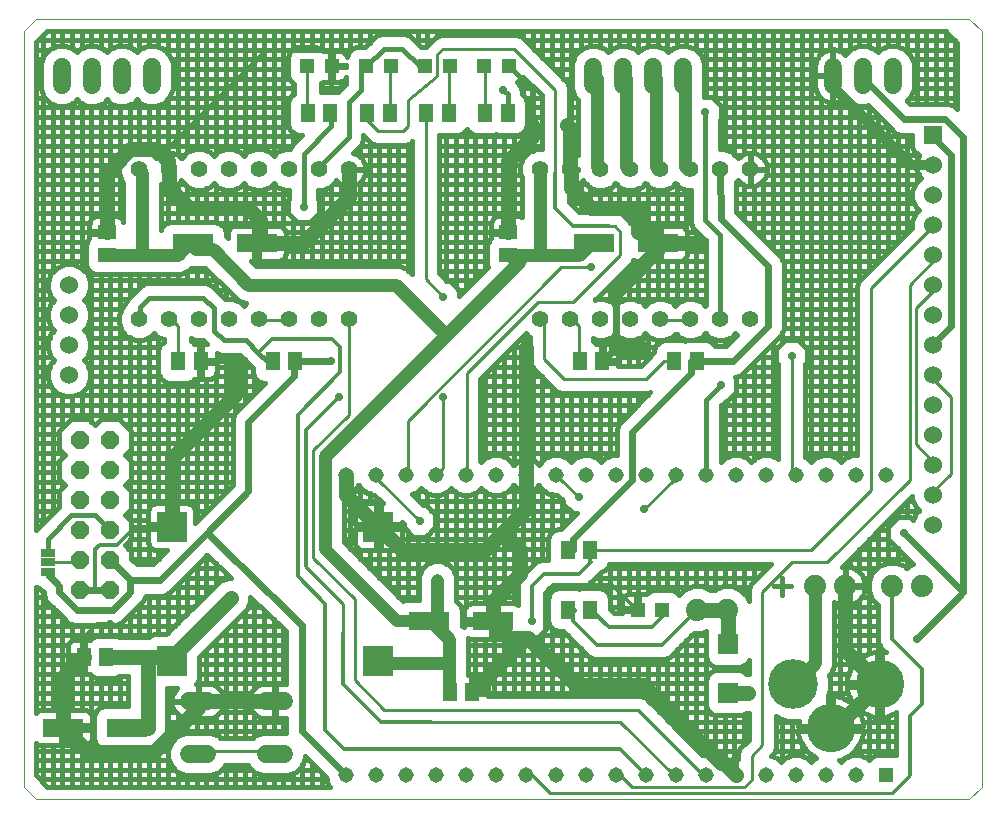
<source format=gtl>
G75*
%MOIN*%
%OFA0B0*%
%FSLAX25Y25*%
%IPPOS*%
%LPD*%
%AMOC8*
5,1,8,0,0,1.08239X$1,22.5*
%
%ADD10C,0.00000*%
%ADD11C,0.01500*%
%ADD12C,0.06000*%
%ADD13R,0.06000X0.06000*%
%ADD14R,0.05150X0.05150*%
%ADD15C,0.05150*%
%ADD16C,0.07400*%
%ADD17C,0.05543*%
%ADD18R,0.04724X0.04724*%
%ADD19R,0.05118X0.06299*%
%ADD20R,0.05906X0.05118*%
%ADD21R,0.13780X0.06299*%
%ADD22C,0.16598*%
%ADD23C,0.16200*%
%ADD24R,0.05118X0.05906*%
%ADD25R,0.10000X0.10000*%
%ADD26C,0.05937*%
%ADD27C,0.06000*%
%ADD28R,0.06693X0.07087*%
%ADD29OC8,0.06000*%
%ADD30R,0.05000X0.02500*%
%ADD31C,0.01600*%
%ADD32C,0.01200*%
%ADD33C,0.05000*%
%ADD34OC8,0.02400*%
%ADD35C,0.03200*%
%ADD36C,0.02400*%
%ADD37C,0.01000*%
%ADD38C,0.04400*%
%ADD39C,0.02400*%
%ADD40C,0.04000*%
D10*
X0001000Y0004937D02*
X0001000Y0256906D01*
X0004937Y0260843D01*
X0315961Y0260843D01*
X0320409Y0256906D01*
X0320409Y0004937D01*
X0315961Y0001000D01*
X0004937Y0001000D01*
X0001000Y0004937D01*
D11*
X0250963Y0071752D02*
X0256634Y0071752D01*
X0253798Y0074587D02*
X0253798Y0068916D01*
D12*
X0304150Y0092063D03*
X0304150Y0102063D03*
X0304150Y0112063D03*
X0304150Y0122063D03*
X0304150Y0132063D03*
X0304150Y0142063D03*
X0304150Y0152063D03*
X0304150Y0162063D03*
X0304150Y0172063D03*
X0304150Y0182063D03*
X0304150Y0192063D03*
X0304150Y0202063D03*
X0304150Y0212063D03*
X0016039Y0172063D03*
X0016039Y0162063D03*
X0016039Y0152063D03*
X0016039Y0142063D03*
D13*
X0304150Y0222063D03*
D14*
X0288402Y0008874D03*
D15*
X0278402Y0008874D03*
X0268402Y0008874D03*
X0258402Y0008874D03*
X0248402Y0008874D03*
X0238402Y0008874D03*
X0228402Y0008874D03*
X0218402Y0008874D03*
X0208402Y0008874D03*
X0198402Y0008874D03*
X0188402Y0008874D03*
X0178402Y0008874D03*
X0168402Y0008874D03*
X0158402Y0008874D03*
X0148402Y0008874D03*
X0138402Y0008874D03*
X0128402Y0008874D03*
X0118402Y0008874D03*
X0108402Y0008874D03*
X0108402Y0108874D03*
X0118402Y0108874D03*
X0128402Y0108874D03*
X0138402Y0108874D03*
X0148402Y0108874D03*
X0158402Y0108874D03*
X0168402Y0108874D03*
X0178402Y0108874D03*
X0188402Y0108874D03*
X0198402Y0108874D03*
X0208402Y0108874D03*
X0218402Y0108874D03*
X0228402Y0108874D03*
X0238402Y0108874D03*
X0248402Y0108874D03*
X0258402Y0108874D03*
X0268402Y0108874D03*
X0278402Y0108874D03*
X0288402Y0108874D03*
D16*
X0290213Y0071866D03*
X0300213Y0071866D03*
X0274780Y0071866D03*
X0264780Y0071866D03*
X0235409Y0063992D03*
X0225409Y0063992D03*
D17*
X0223165Y0160724D03*
X0213165Y0160724D03*
X0203165Y0160724D03*
X0193165Y0160724D03*
X0183165Y0160724D03*
X0173165Y0160724D03*
X0173165Y0210724D03*
X0183165Y0210724D03*
X0193165Y0210724D03*
X0203165Y0210724D03*
X0213165Y0210724D03*
X0223165Y0210724D03*
X0233165Y0210724D03*
X0243165Y0210724D03*
X0243165Y0160724D03*
X0233165Y0160724D03*
X0109307Y0160724D03*
X0099307Y0160724D03*
X0089307Y0160724D03*
X0079307Y0160724D03*
X0069307Y0160724D03*
X0059307Y0160724D03*
X0049307Y0160724D03*
X0039307Y0160724D03*
X0039307Y0210724D03*
X0049307Y0210724D03*
X0059307Y0210724D03*
X0069307Y0210724D03*
X0079307Y0210724D03*
X0089307Y0210724D03*
X0099307Y0210724D03*
X0109307Y0210724D03*
D18*
X0114976Y0245094D03*
X0123244Y0245094D03*
X0134661Y0245094D03*
X0142929Y0245094D03*
X0154346Y0245094D03*
X0162614Y0245094D03*
X0103559Y0245094D03*
X0095291Y0245094D03*
X0205528Y0063992D03*
X0213795Y0063992D03*
D19*
X0189780Y0063992D03*
X0182299Y0063992D03*
X0182299Y0083677D03*
X0189780Y0083677D03*
X0186236Y0146669D03*
X0193717Y0146669D03*
X0217732Y0146669D03*
X0225213Y0146669D03*
X0162220Y0229346D03*
X0154740Y0229346D03*
X0142535Y0229346D03*
X0135055Y0229346D03*
X0122850Y0229346D03*
X0115370Y0229346D03*
X0103165Y0229346D03*
X0095685Y0229346D03*
X0091354Y0146669D03*
X0083874Y0146669D03*
X0059858Y0146669D03*
X0052378Y0146669D03*
D20*
X0028559Y0182299D03*
X0028559Y0189780D03*
X0162417Y0189780D03*
X0162417Y0182299D03*
D21*
X0191157Y0186039D03*
X0212417Y0186039D03*
X0157299Y0060055D03*
X0136039Y0060055D03*
X0035252Y0024622D03*
X0013992Y0024622D03*
X0057299Y0186039D03*
X0078559Y0186039D03*
D22*
X0257387Y0039189D03*
D23*
X0269898Y0024380D03*
X0286209Y0039089D03*
D24*
X0150409Y0036433D03*
X0142929Y0036433D03*
X0028362Y0048244D03*
X0020882Y0048244D03*
D25*
X0050213Y0046669D03*
X0050213Y0091551D03*
X0119110Y0091551D03*
X0119110Y0046669D03*
D26*
X0087630Y0033480D02*
X0081693Y0033480D01*
X0081693Y0015764D02*
X0087630Y0015764D01*
X0062039Y0015764D02*
X0056102Y0015764D01*
X0056102Y0033480D02*
X0062039Y0033480D01*
D27*
X0043559Y0238906D02*
X0043559Y0244906D01*
X0033559Y0244906D02*
X0033559Y0238906D01*
X0023559Y0238906D02*
X0023559Y0244906D01*
X0013559Y0244906D02*
X0013559Y0238906D01*
X0190724Y0238906D02*
X0190724Y0244906D01*
X0200724Y0244906D02*
X0200724Y0238906D01*
X0210724Y0238906D02*
X0210724Y0244906D01*
X0220724Y0244906D02*
X0220724Y0238906D01*
X0270528Y0238906D02*
X0270528Y0244906D01*
X0280528Y0244906D02*
X0280528Y0238906D01*
X0290528Y0238906D02*
X0290528Y0244906D01*
D28*
X0235646Y0052378D03*
X0235646Y0036236D03*
D29*
X0029622Y0070488D03*
X0019622Y0070488D03*
X0019622Y0080488D03*
X0029622Y0080488D03*
X0029622Y0090488D03*
X0019622Y0090488D03*
X0019622Y0100488D03*
X0029622Y0100488D03*
X0029622Y0110488D03*
X0019622Y0110488D03*
X0019622Y0120488D03*
X0029622Y0120488D03*
D30*
X0008874Y0082940D03*
X0008874Y0079740D03*
X0008874Y0076540D03*
D31*
X0006033Y0071290D02*
X0007611Y0069712D01*
X0007611Y0068863D01*
X0008403Y0066952D01*
X0014308Y0061047D01*
X0015771Y0059584D01*
X0017682Y0058792D01*
X0031562Y0058792D01*
X0033473Y0059584D01*
X0039379Y0065489D01*
X0040841Y0066952D01*
X0041538Y0068635D01*
X0047310Y0068635D01*
X0049221Y0069426D01*
X0050684Y0070889D01*
X0062070Y0082275D01*
X0070117Y0074429D01*
X0068605Y0074429D01*
X0066216Y0073440D01*
X0048445Y0055669D01*
X0044417Y0055669D01*
X0042947Y0055060D01*
X0042631Y0054744D01*
X0032810Y0054744D01*
X0031717Y0055197D01*
X0025007Y0055197D01*
X0023537Y0054588D01*
X0022946Y0053997D01*
X0021361Y0053997D01*
X0021361Y0048724D01*
X0020402Y0048724D01*
X0020402Y0053997D01*
X0018047Y0053997D01*
X0017506Y0053889D01*
X0016997Y0053678D01*
X0016538Y0053372D01*
X0016148Y0052982D01*
X0015842Y0052523D01*
X0015630Y0052014D01*
X0015523Y0051473D01*
X0015523Y0048724D01*
X0020402Y0048724D01*
X0020402Y0047765D01*
X0015523Y0047765D01*
X0015523Y0045016D01*
X0015630Y0044475D01*
X0015842Y0043965D01*
X0016148Y0043506D01*
X0016538Y0043116D01*
X0016997Y0042810D01*
X0017506Y0042599D01*
X0018047Y0042491D01*
X0020402Y0042491D01*
X0020402Y0047764D01*
X0021361Y0047764D01*
X0021361Y0042491D01*
X0022946Y0042491D01*
X0023537Y0041900D01*
X0025007Y0041291D01*
X0031717Y0041291D01*
X0032810Y0041744D01*
X0035839Y0041744D01*
X0035839Y0031772D01*
X0027567Y0031772D01*
X0026096Y0031163D01*
X0024971Y0030037D01*
X0024362Y0028567D01*
X0024362Y0020677D01*
X0024971Y0019207D01*
X0026096Y0018081D01*
X0027567Y0017472D01*
X0042937Y0017472D01*
X0044408Y0018081D01*
X0045026Y0018700D01*
X0046021Y0019112D01*
X0047849Y0020940D01*
X0048839Y0023329D01*
X0048839Y0037669D01*
X0052133Y0037669D01*
X0051702Y0037238D01*
X0051169Y0036504D01*
X0050756Y0035695D01*
X0050476Y0034831D01*
X0050334Y0033934D01*
X0050334Y0033665D01*
X0058887Y0033665D01*
X0058887Y0039249D01*
X0058449Y0039249D01*
X0058604Y0039403D01*
X0059213Y0040874D01*
X0059213Y0048052D01*
X0075408Y0064247D01*
X0076398Y0066636D01*
X0076398Y0068305D01*
X0088320Y0056681D01*
X0088320Y0039211D01*
X0088084Y0039249D01*
X0084846Y0039249D01*
X0084846Y0033665D01*
X0084477Y0033665D01*
X0084477Y0039249D01*
X0081239Y0039249D01*
X0080342Y0039107D01*
X0079479Y0038826D01*
X0078670Y0038414D01*
X0077935Y0037880D01*
X0077293Y0037238D01*
X0076759Y0036504D01*
X0076347Y0035695D01*
X0076066Y0034831D01*
X0075924Y0033934D01*
X0075924Y0033665D01*
X0084477Y0033665D01*
X0084477Y0033296D01*
X0075924Y0033296D01*
X0075924Y0033026D01*
X0076066Y0032130D01*
X0076347Y0031266D01*
X0076759Y0030457D01*
X0077293Y0029722D01*
X0077935Y0029080D01*
X0078670Y0028547D01*
X0079479Y0028134D01*
X0080342Y0027854D01*
X0081239Y0027712D01*
X0084477Y0027712D01*
X0084477Y0033296D01*
X0084846Y0033296D01*
X0084846Y0027712D01*
X0088084Y0027712D01*
X0088320Y0027749D01*
X0088320Y0024446D01*
X0088309Y0024420D01*
X0088320Y0023413D01*
X0088320Y0022732D01*
X0080307Y0022732D01*
X0077746Y0021671D01*
X0077322Y0021248D01*
X0066410Y0021248D01*
X0065987Y0021671D01*
X0063425Y0022732D01*
X0054716Y0022732D01*
X0052155Y0021671D01*
X0050195Y0019711D01*
X0049134Y0017150D01*
X0049134Y0014378D01*
X0050195Y0011816D01*
X0052155Y0009856D01*
X0054716Y0008795D01*
X0063425Y0008795D01*
X0065987Y0009856D01*
X0067947Y0011816D01*
X0068126Y0012248D01*
X0075607Y0012248D01*
X0075785Y0011816D01*
X0077746Y0009856D01*
X0080307Y0008795D01*
X0089016Y0008795D01*
X0091577Y0009856D01*
X0093538Y0011816D01*
X0094598Y0014378D01*
X0094598Y0015109D01*
X0101827Y0008033D01*
X0101827Y0007566D01*
X0102828Y0005150D01*
X0102977Y0005000D01*
X0008811Y0005000D01*
X0005000Y0008811D01*
X0005000Y0019615D01*
X0005317Y0019298D01*
X0005776Y0018991D01*
X0006286Y0018780D01*
X0006827Y0018672D01*
X0013217Y0018672D01*
X0013217Y0023847D01*
X0014767Y0023847D01*
X0014767Y0018672D01*
X0021158Y0018672D01*
X0021699Y0018780D01*
X0022208Y0018991D01*
X0022667Y0019298D01*
X0023057Y0019688D01*
X0023363Y0020146D01*
X0023574Y0020656D01*
X0023682Y0021197D01*
X0023682Y0023847D01*
X0014767Y0023847D01*
X0014767Y0025397D01*
X0013217Y0025397D01*
X0013217Y0030572D01*
X0006827Y0030572D01*
X0006286Y0030464D01*
X0005776Y0030253D01*
X0005317Y0029947D01*
X0005000Y0029629D01*
X0005000Y0071530D01*
X0005578Y0071290D01*
X0006033Y0071290D01*
X0005313Y0071400D02*
X0005000Y0071400D01*
X0007400Y0069923D02*
X0007400Y0030572D01*
X0005171Y0029800D02*
X0005000Y0029800D01*
X0005000Y0033000D02*
X0035839Y0033000D01*
X0033000Y0031772D02*
X0033000Y0041744D01*
X0029800Y0041291D02*
X0029800Y0031772D01*
X0026600Y0031371D02*
X0026600Y0041291D01*
X0023400Y0042038D02*
X0023400Y0029009D01*
X0023363Y0029098D02*
X0023057Y0029557D01*
X0022667Y0029947D01*
X0022208Y0030253D01*
X0021699Y0030464D01*
X0021158Y0030572D01*
X0014767Y0030572D01*
X0014767Y0025397D01*
X0023682Y0025397D01*
X0023682Y0028047D01*
X0023574Y0028588D01*
X0023363Y0029098D01*
X0022813Y0029800D02*
X0024873Y0029800D01*
X0024362Y0026600D02*
X0023682Y0026600D01*
X0023400Y0025397D02*
X0023400Y0023847D01*
X0023682Y0023400D02*
X0024362Y0023400D01*
X0024560Y0020200D02*
X0023386Y0020200D01*
X0023400Y0020235D02*
X0023400Y0005000D01*
X0020200Y0005000D02*
X0020200Y0018672D01*
X0017000Y0018672D02*
X0017000Y0005000D01*
X0013800Y0005000D02*
X0013800Y0023847D01*
X0013217Y0023400D02*
X0014767Y0023400D01*
X0013800Y0025397D02*
X0013800Y0061555D01*
X0013555Y0061800D02*
X0005000Y0061800D01*
X0005000Y0058600D02*
X0051376Y0058600D01*
X0052200Y0059424D02*
X0052200Y0072405D01*
X0051195Y0071400D02*
X0064176Y0071400D01*
X0065000Y0072224D02*
X0065000Y0079418D01*
X0063378Y0081000D02*
X0060795Y0081000D01*
X0061800Y0082005D02*
X0061800Y0069024D01*
X0060976Y0068200D02*
X0041358Y0068200D01*
X0042600Y0068635D02*
X0042600Y0054744D01*
X0043767Y0055400D02*
X0005000Y0055400D01*
X0005000Y0052200D02*
X0015708Y0052200D01*
X0017000Y0053680D02*
X0017000Y0059075D01*
X0020200Y0058792D02*
X0020200Y0053997D01*
X0020402Y0052200D02*
X0021361Y0052200D01*
X0023400Y0054451D02*
X0023400Y0058792D01*
X0026600Y0058792D02*
X0026600Y0055197D01*
X0029800Y0055197D02*
X0029800Y0058792D01*
X0033000Y0059388D02*
X0033000Y0054744D01*
X0036200Y0054744D02*
X0036200Y0062311D01*
X0035689Y0061800D02*
X0054576Y0061800D01*
X0055400Y0062624D02*
X0055400Y0075605D01*
X0054395Y0074600D02*
X0069942Y0074600D01*
X0068200Y0074261D02*
X0068200Y0076298D01*
X0066660Y0077800D02*
X0057595Y0077800D01*
X0058600Y0078805D02*
X0058600Y0065824D01*
X0057776Y0065000D02*
X0038889Y0065000D01*
X0039400Y0065511D02*
X0039400Y0054744D01*
X0045800Y0055669D02*
X0045800Y0068635D01*
X0049000Y0069335D02*
X0049000Y0056224D01*
X0060161Y0049000D02*
X0088320Y0049000D01*
X0088320Y0045800D02*
X0059213Y0045800D01*
X0059213Y0042600D02*
X0088320Y0042600D01*
X0088320Y0039400D02*
X0058600Y0039400D01*
X0058600Y0039249D01*
X0059255Y0039249D02*
X0059255Y0033665D01*
X0058887Y0033665D01*
X0058887Y0033296D01*
X0059255Y0033296D01*
X0059255Y0027712D01*
X0062493Y0027712D01*
X0063390Y0027854D01*
X0064254Y0028134D01*
X0065063Y0028547D01*
X0065797Y0029080D01*
X0066439Y0029722D01*
X0066973Y0030457D01*
X0067385Y0031266D01*
X0067666Y0032130D01*
X0067808Y0033026D01*
X0067808Y0033296D01*
X0059255Y0033296D01*
X0059255Y0033665D01*
X0067808Y0033665D01*
X0067808Y0033934D01*
X0067666Y0034831D01*
X0067385Y0035695D01*
X0066973Y0036504D01*
X0066439Y0037238D01*
X0065797Y0037880D01*
X0065063Y0038414D01*
X0064254Y0038826D01*
X0063390Y0039107D01*
X0062493Y0039249D01*
X0059255Y0039249D01*
X0061800Y0039249D02*
X0061800Y0050639D01*
X0063361Y0052200D02*
X0088320Y0052200D01*
X0088320Y0055400D02*
X0066561Y0055400D01*
X0065000Y0053839D02*
X0065000Y0038446D01*
X0067128Y0036200D02*
X0076605Y0036200D01*
X0077800Y0037745D02*
X0077800Y0066938D01*
X0076506Y0068200D02*
X0076398Y0068200D01*
X0075720Y0065000D02*
X0079788Y0065000D01*
X0081000Y0063818D02*
X0081000Y0039211D01*
X0084200Y0039249D02*
X0084200Y0060698D01*
X0083070Y0061800D02*
X0072961Y0061800D01*
X0071400Y0060239D02*
X0071400Y0021248D01*
X0068200Y0021248D02*
X0068200Y0057039D01*
X0069761Y0058600D02*
X0086352Y0058600D01*
X0087400Y0057578D02*
X0087400Y0039249D01*
X0084846Y0036200D02*
X0084477Y0036200D01*
X0084200Y0033665D02*
X0084200Y0033296D01*
X0084477Y0033000D02*
X0084846Y0033000D01*
X0084846Y0029800D02*
X0084477Y0029800D01*
X0084200Y0027712D02*
X0084200Y0022732D01*
X0081000Y0022732D02*
X0081000Y0027750D01*
X0077800Y0029215D02*
X0077800Y0021694D01*
X0074600Y0021248D02*
X0074600Y0063439D01*
X0048838Y0083751D02*
X0044122Y0079035D01*
X0038587Y0079035D01*
X0036622Y0081000D01*
X0046087Y0081000D01*
X0045800Y0080713D02*
X0045800Y0083751D01*
X0044937Y0083751D02*
X0048838Y0083751D01*
X0044937Y0083751D02*
X0044396Y0083859D01*
X0043886Y0084070D01*
X0043428Y0084376D01*
X0043038Y0084766D01*
X0042731Y0085225D01*
X0042520Y0085734D01*
X0042413Y0086275D01*
X0042413Y0090751D01*
X0049413Y0090751D01*
X0049413Y0092351D01*
X0049413Y0099351D01*
X0044937Y0099351D01*
X0044396Y0099244D01*
X0043886Y0099032D01*
X0043428Y0098726D01*
X0043038Y0098336D01*
X0042731Y0097877D01*
X0042520Y0097368D01*
X0042413Y0096827D01*
X0042413Y0092351D01*
X0049413Y0092351D01*
X0051013Y0092351D01*
X0051013Y0099351D01*
X0055488Y0099351D01*
X0056029Y0099244D01*
X0056539Y0099032D01*
X0056997Y0098726D01*
X0057387Y0098336D01*
X0057694Y0097877D01*
X0057905Y0097368D01*
X0058013Y0096827D01*
X0058013Y0092926D01*
X0058324Y0093237D01*
X0059022Y0093953D01*
X0059054Y0093967D01*
X0070603Y0105516D01*
X0070603Y0127625D01*
X0071395Y0129536D01*
X0081378Y0139520D01*
X0080519Y0139520D01*
X0079049Y0140129D01*
X0077924Y0141254D01*
X0077315Y0142724D01*
X0077315Y0144668D01*
X0076431Y0145553D01*
X0073028Y0148956D01*
X0066581Y0148956D01*
X0065217Y0149521D01*
X0065217Y0147149D01*
X0060338Y0147149D01*
X0060338Y0146190D01*
X0065217Y0146190D01*
X0065217Y0143244D01*
X0065110Y0142703D01*
X0064899Y0142193D01*
X0064592Y0141735D01*
X0064202Y0141345D01*
X0063744Y0141038D01*
X0063234Y0140827D01*
X0062693Y0140720D01*
X0060338Y0140720D01*
X0060338Y0146190D01*
X0059379Y0146190D01*
X0059379Y0140720D01*
X0057794Y0140720D01*
X0057203Y0140129D01*
X0055733Y0139520D01*
X0049023Y0139520D01*
X0047553Y0140129D01*
X0046428Y0141254D01*
X0045819Y0142724D01*
X0045819Y0150615D01*
X0046428Y0152085D01*
X0047553Y0153210D01*
X0047681Y0153263D01*
X0047681Y0154068D01*
X0045471Y0154984D01*
X0044307Y0156148D01*
X0043143Y0154984D01*
X0040654Y0153953D01*
X0037960Y0153953D01*
X0035471Y0154984D01*
X0033566Y0156889D01*
X0032535Y0159377D01*
X0032535Y0162071D01*
X0033566Y0164560D01*
X0034813Y0165806D01*
X0035513Y0167498D01*
X0036864Y0168849D01*
X0040013Y0171998D01*
X0041777Y0172729D01*
X0061797Y0172729D01*
X0063561Y0171998D01*
X0064912Y0170648D01*
X0068064Y0167496D01*
X0070654Y0167496D01*
X0073143Y0166465D01*
X0074307Y0165301D01*
X0075066Y0166060D01*
X0074570Y0166060D01*
X0072291Y0167004D01*
X0070547Y0168748D01*
X0070547Y0168748D01*
X0061424Y0177871D01*
X0059281Y0177871D01*
X0059244Y0177856D01*
X0058049Y0177871D01*
X0056853Y0177871D01*
X0056817Y0177886D01*
X0056778Y0177886D01*
X0056747Y0177900D01*
X0055693Y0176846D01*
X0053414Y0175902D01*
X0033569Y0175902D01*
X0033418Y0175849D01*
X0032661Y0175886D01*
X0032307Y0175740D01*
X0024811Y0175740D01*
X0023340Y0176349D01*
X0022215Y0177474D01*
X0021606Y0178945D01*
X0021606Y0185654D01*
X0022215Y0187124D01*
X0022806Y0187715D01*
X0022806Y0189300D01*
X0028079Y0189300D01*
X0028079Y0190259D01*
X0022806Y0190259D01*
X0022806Y0192614D01*
X0022914Y0193155D01*
X0023125Y0193665D01*
X0023431Y0194123D01*
X0023821Y0194513D01*
X0024280Y0194820D01*
X0024790Y0195031D01*
X0025331Y0195139D01*
X0028080Y0195139D01*
X0028080Y0190259D01*
X0029039Y0190259D01*
X0029039Y0195139D01*
X0031788Y0195139D01*
X0032329Y0195031D01*
X0032838Y0194820D01*
X0033297Y0194513D01*
X0033687Y0194123D01*
X0033993Y0193665D01*
X0034170Y0193238D01*
X0034170Y0206285D01*
X0033566Y0206889D01*
X0032535Y0209377D01*
X0032535Y0212071D01*
X0033566Y0214560D01*
X0035471Y0216465D01*
X0037960Y0217496D01*
X0040654Y0217496D01*
X0043143Y0216465D01*
X0045048Y0214560D01*
X0045111Y0214408D01*
X0045677Y0214974D01*
X0046387Y0215490D01*
X0047168Y0215888D01*
X0048002Y0216159D01*
X0048869Y0216296D01*
X0049221Y0216296D01*
X0049221Y0210810D01*
X0049393Y0210810D01*
X0049393Y0216296D01*
X0049746Y0216296D01*
X0050612Y0216159D01*
X0051446Y0215888D01*
X0052227Y0215490D01*
X0052937Y0214974D01*
X0053503Y0214408D01*
X0053566Y0214560D01*
X0055471Y0216465D01*
X0057960Y0217496D01*
X0060654Y0217496D01*
X0063143Y0216465D01*
X0064307Y0215301D01*
X0065471Y0216465D01*
X0067960Y0217496D01*
X0070654Y0217496D01*
X0073143Y0216465D01*
X0074307Y0215301D01*
X0075471Y0216465D01*
X0077960Y0217496D01*
X0080654Y0217496D01*
X0083143Y0216465D01*
X0084307Y0215301D01*
X0085471Y0216465D01*
X0087960Y0217496D01*
X0089748Y0217496D01*
X0090238Y0218680D01*
X0091588Y0220030D01*
X0093755Y0222197D01*
X0092330Y0222197D01*
X0090860Y0222806D01*
X0089735Y0223931D01*
X0089126Y0225401D01*
X0089126Y0233292D01*
X0089735Y0234762D01*
X0090860Y0235887D01*
X0090988Y0235940D01*
X0090988Y0239207D01*
X0090663Y0239341D01*
X0089538Y0240466D01*
X0088929Y0241937D01*
X0088929Y0248252D01*
X0089538Y0249723D01*
X0090663Y0250848D01*
X0092133Y0251457D01*
X0098449Y0251457D01*
X0099919Y0250848D01*
X0100579Y0250189D01*
X0100921Y0250257D01*
X0103178Y0250257D01*
X0103178Y0245476D01*
X0103940Y0245476D01*
X0103940Y0250257D01*
X0106197Y0250257D01*
X0106738Y0250149D01*
X0107248Y0249938D01*
X0107706Y0249632D01*
X0108096Y0249242D01*
X0108403Y0248783D01*
X0108614Y0248273D01*
X0108617Y0248258D01*
X0109223Y0249723D01*
X0110348Y0250848D01*
X0111819Y0251457D01*
X0114747Y0251457D01*
X0117009Y0253719D01*
X0118360Y0255069D01*
X0120124Y0255800D01*
X0127939Y0255800D01*
X0129703Y0255069D01*
X0133316Y0251457D01*
X0134929Y0251457D01*
X0134980Y0251581D01*
X0136246Y0252846D01*
X0136246Y0252846D01*
X0136949Y0253549D01*
X0138215Y0254815D01*
X0139869Y0255500D01*
X0165281Y0255500D01*
X0166935Y0254815D01*
X0180714Y0241035D01*
X0181980Y0239770D01*
X0182665Y0238116D01*
X0182665Y0216286D01*
X0182727Y0216296D01*
X0183080Y0216296D01*
X0183080Y0210810D01*
X0183251Y0210810D01*
X0185745Y0210810D01*
X0185745Y0210639D01*
X0183251Y0210639D01*
X0183251Y0210810D01*
X0183251Y0216296D01*
X0183604Y0216296D01*
X0184470Y0216159D01*
X0185304Y0215888D01*
X0185745Y0215663D01*
X0185745Y0233986D01*
X0184790Y0234940D01*
X0183724Y0237513D01*
X0183724Y0246298D01*
X0184790Y0248871D01*
X0186759Y0250840D01*
X0189332Y0251905D01*
X0192117Y0251905D01*
X0194690Y0250840D01*
X0195724Y0249805D01*
X0196759Y0250840D01*
X0199332Y0251905D01*
X0202117Y0251905D01*
X0204690Y0250840D01*
X0205724Y0249805D01*
X0206759Y0250840D01*
X0209332Y0251905D01*
X0212117Y0251905D01*
X0214690Y0250840D01*
X0215724Y0249805D01*
X0216759Y0250840D01*
X0219332Y0251905D01*
X0222117Y0251905D01*
X0224690Y0250840D01*
X0226659Y0248871D01*
X0227724Y0246298D01*
X0227724Y0237513D01*
X0227672Y0237388D01*
X0227672Y0234940D01*
X0230319Y0234940D01*
X0233365Y0231894D01*
X0233365Y0227586D01*
X0232965Y0227186D01*
X0232965Y0217496D01*
X0234512Y0217496D01*
X0237001Y0216465D01*
X0238906Y0214560D01*
X0238969Y0214408D01*
X0239536Y0214974D01*
X0240245Y0215490D01*
X0241027Y0215888D01*
X0241861Y0216159D01*
X0242727Y0216296D01*
X0243080Y0216296D01*
X0243080Y0210810D01*
X0243251Y0210810D01*
X0248737Y0210810D01*
X0248737Y0211163D01*
X0248600Y0212029D01*
X0248329Y0212863D01*
X0247931Y0213645D01*
X0247415Y0214354D01*
X0246795Y0214974D01*
X0246086Y0215490D01*
X0245304Y0215888D01*
X0244470Y0216159D01*
X0243604Y0216296D01*
X0243251Y0216296D01*
X0243251Y0210810D01*
X0243251Y0210639D01*
X0248737Y0210639D01*
X0248737Y0210286D01*
X0248600Y0209420D01*
X0248329Y0208586D01*
X0247931Y0207804D01*
X0247415Y0207095D01*
X0246795Y0206475D01*
X0246086Y0205959D01*
X0245304Y0205561D01*
X0244470Y0205290D01*
X0243604Y0205153D01*
X0243251Y0205153D01*
X0243251Y0210638D01*
X0243080Y0210638D01*
X0243080Y0205153D01*
X0242727Y0205153D01*
X0241861Y0205290D01*
X0241027Y0205561D01*
X0240245Y0205959D01*
X0239536Y0206475D01*
X0238969Y0207041D01*
X0238906Y0206889D01*
X0238397Y0206379D01*
X0238468Y0196476D01*
X0253440Y0181505D01*
X0254231Y0179593D01*
X0254231Y0157446D01*
X0253440Y0155535D01*
X0251977Y0154072D01*
X0240166Y0142261D01*
X0238255Y0141469D01*
X0237963Y0141469D01*
X0238483Y0140949D01*
X0238483Y0136641D01*
X0235437Y0133595D01*
X0234872Y0133595D01*
X0233202Y0131925D01*
X0233202Y0113372D01*
X0233402Y0113172D01*
X0234677Y0114448D01*
X0237094Y0115449D01*
X0239709Y0115449D01*
X0242126Y0114448D01*
X0243402Y0113172D01*
X0244677Y0114448D01*
X0247094Y0115449D01*
X0249709Y0115449D01*
X0252126Y0114448D01*
X0252406Y0114168D01*
X0252406Y0145784D01*
X0251706Y0146484D01*
X0251706Y0150792D01*
X0254752Y0153838D01*
X0259059Y0153838D01*
X0262105Y0150792D01*
X0262105Y0146484D01*
X0261405Y0145784D01*
X0261405Y0114746D01*
X0262126Y0114448D01*
X0263402Y0113172D01*
X0264677Y0114448D01*
X0267094Y0115449D01*
X0269709Y0115449D01*
X0272126Y0114448D01*
X0273402Y0113172D01*
X0274677Y0114448D01*
X0277094Y0115449D01*
X0278783Y0115449D01*
X0278783Y0171974D01*
X0279469Y0173628D01*
X0297150Y0191309D01*
X0297150Y0193455D01*
X0298215Y0196028D01*
X0299250Y0197063D01*
X0298215Y0198098D01*
X0297150Y0200671D01*
X0297150Y0203455D01*
X0298215Y0206028D01*
X0300099Y0207912D01*
X0299726Y0208285D01*
X0299189Y0209023D01*
X0298775Y0209837D01*
X0298492Y0210705D01*
X0298350Y0211607D01*
X0298350Y0211863D01*
X0303950Y0211863D01*
X0303950Y0212263D01*
X0298350Y0212263D01*
X0298350Y0212519D01*
X0298492Y0213421D01*
X0298775Y0214289D01*
X0299189Y0215103D01*
X0299436Y0215443D01*
X0298884Y0215672D01*
X0297759Y0216797D01*
X0297150Y0218267D01*
X0297150Y0222178D01*
X0293273Y0222178D01*
X0291362Y0222970D01*
X0289899Y0224432D01*
X0282277Y0232054D01*
X0281920Y0231906D01*
X0279135Y0231906D01*
X0276562Y0232971D01*
X0274679Y0234855D01*
X0274306Y0234482D01*
X0273567Y0233945D01*
X0272754Y0233530D01*
X0271886Y0233248D01*
X0270984Y0233106D01*
X0270728Y0233106D01*
X0270728Y0241705D01*
X0270328Y0241705D01*
X0270328Y0233106D01*
X0270071Y0233106D01*
X0269169Y0233248D01*
X0268301Y0233530D01*
X0267488Y0233945D01*
X0266749Y0234482D01*
X0266104Y0235127D01*
X0265567Y0235866D01*
X0265152Y0236679D01*
X0264870Y0237547D01*
X0264728Y0238449D01*
X0264728Y0241705D01*
X0270327Y0241705D01*
X0270327Y0242106D01*
X0270328Y0242106D02*
X0270328Y0250705D01*
X0270071Y0250705D01*
X0269169Y0250563D01*
X0268301Y0250281D01*
X0267488Y0249866D01*
X0266749Y0249329D01*
X0266104Y0248684D01*
X0265567Y0247945D01*
X0265152Y0247132D01*
X0264870Y0246264D01*
X0264728Y0245362D01*
X0264728Y0242106D01*
X0270327Y0242106D01*
X0270328Y0242106D02*
X0270728Y0242106D01*
X0270728Y0250705D01*
X0270984Y0250705D01*
X0271886Y0250563D01*
X0272754Y0250281D01*
X0273567Y0249866D01*
X0274306Y0249329D01*
X0274679Y0248956D01*
X0276562Y0250840D01*
X0279135Y0251905D01*
X0281920Y0251905D01*
X0284493Y0250840D01*
X0285528Y0249805D01*
X0286562Y0250840D01*
X0289135Y0251905D01*
X0291920Y0251905D01*
X0294493Y0250840D01*
X0296462Y0248871D01*
X0297528Y0246298D01*
X0297528Y0237513D01*
X0296462Y0234940D01*
X0295280Y0233759D01*
X0296461Y0232578D01*
X0309121Y0232578D01*
X0311032Y0231786D01*
X0312024Y0230795D01*
X0312024Y0252969D01*
X0308150Y0256843D01*
X0008811Y0256843D01*
X0005000Y0253031D01*
X0005000Y0090528D01*
X0012622Y0098150D01*
X0012622Y0103388D01*
X0014723Y0105488D01*
X0012622Y0107589D01*
X0012622Y0113388D01*
X0014723Y0115488D01*
X0012622Y0117589D01*
X0012622Y0123388D01*
X0016723Y0127488D01*
X0022522Y0127488D01*
X0024622Y0125388D01*
X0026723Y0127488D01*
X0032522Y0127488D01*
X0036622Y0123388D01*
X0036622Y0117589D01*
X0034522Y0115488D01*
X0036622Y0113388D01*
X0036622Y0107589D01*
X0034522Y0105488D01*
X0036622Y0103388D01*
X0036622Y0097589D01*
X0034522Y0095488D01*
X0036622Y0093388D01*
X0036622Y0087589D01*
X0034522Y0085488D01*
X0036622Y0083388D01*
X0036622Y0081000D01*
X0036200Y0083810D02*
X0036200Y0087167D01*
X0036433Y0087400D02*
X0042413Y0087400D01*
X0042600Y0085542D02*
X0042600Y0079035D01*
X0039400Y0079035D02*
X0039400Y0153953D01*
X0042217Y0154600D02*
X0046398Y0154600D01*
X0045800Y0154848D02*
X0045800Y0099351D01*
X0049000Y0099351D02*
X0049000Y0139529D01*
X0052200Y0139520D02*
X0052200Y0099351D01*
X0051013Y0097000D02*
X0049413Y0097000D01*
X0049413Y0093800D02*
X0051013Y0093800D01*
X0049000Y0092351D02*
X0049000Y0090751D01*
X0045800Y0090751D02*
X0045800Y0092351D01*
X0042600Y0092351D02*
X0042600Y0090751D01*
X0042413Y0090600D02*
X0036622Y0090600D01*
X0036210Y0093800D02*
X0042413Y0093800D01*
X0042447Y0097000D02*
X0036033Y0097000D01*
X0036200Y0097167D02*
X0036200Y0093810D01*
X0036622Y0100200D02*
X0065287Y0100200D01*
X0065000Y0099913D02*
X0065000Y0142438D01*
X0064636Y0141800D02*
X0077698Y0141800D01*
X0077800Y0141553D02*
X0077800Y0135941D01*
X0077259Y0135400D02*
X0018245Y0135400D01*
X0017432Y0135063D02*
X0020005Y0136129D01*
X0021974Y0138098D01*
X0023039Y0140671D01*
X0023039Y0143455D01*
X0021974Y0146028D01*
X0020939Y0147063D01*
X0021974Y0148098D01*
X0023039Y0150671D01*
X0023039Y0153455D01*
X0021974Y0156028D01*
X0020939Y0157063D01*
X0021974Y0158098D01*
X0023039Y0160671D01*
X0023039Y0163455D01*
X0021974Y0166028D01*
X0020939Y0167063D01*
X0021974Y0168098D01*
X0023039Y0170671D01*
X0023039Y0173455D01*
X0021974Y0176028D01*
X0020005Y0177997D01*
X0017432Y0179063D01*
X0014647Y0179063D01*
X0012074Y0177997D01*
X0010105Y0176028D01*
X0009039Y0173455D01*
X0009039Y0170671D01*
X0010105Y0168098D01*
X0011140Y0167063D01*
X0010105Y0166028D01*
X0009039Y0163455D01*
X0009039Y0160671D01*
X0010105Y0158098D01*
X0011140Y0157063D01*
X0010105Y0156028D01*
X0009039Y0153455D01*
X0009039Y0150671D01*
X0010105Y0148098D01*
X0011140Y0147063D01*
X0010105Y0146028D01*
X0009039Y0143455D01*
X0009039Y0140671D01*
X0010105Y0138098D01*
X0012074Y0136129D01*
X0014647Y0135063D01*
X0017432Y0135063D01*
X0017000Y0135063D02*
X0017000Y0127488D01*
X0015034Y0125800D02*
X0005000Y0125800D01*
X0005000Y0122600D02*
X0012622Y0122600D01*
X0013800Y0124566D02*
X0013800Y0135414D01*
X0013833Y0135400D02*
X0005000Y0135400D01*
X0005000Y0132200D02*
X0074059Y0132200D01*
X0074600Y0132741D02*
X0074600Y0147383D01*
X0073783Y0148200D02*
X0065217Y0148200D01*
X0065000Y0147149D02*
X0065000Y0146190D01*
X0065217Y0145000D02*
X0076983Y0145000D01*
X0071866Y0146669D02*
X0059858Y0146669D01*
X0059379Y0147149D02*
X0059379Y0152619D01*
X0057794Y0152619D01*
X0057203Y0153210D01*
X0056681Y0153426D01*
X0056681Y0154483D01*
X0057960Y0153953D01*
X0060550Y0153953D01*
X0061667Y0152836D01*
X0061884Y0152619D01*
X0060338Y0152619D01*
X0060338Y0147149D01*
X0059379Y0147149D01*
X0059379Y0148200D02*
X0060338Y0148200D01*
X0061800Y0147149D02*
X0061800Y0146190D01*
X0060338Y0145000D02*
X0059379Y0145000D01*
X0059379Y0141800D02*
X0060338Y0141800D01*
X0061800Y0140720D02*
X0061800Y0096713D01*
X0062087Y0097000D02*
X0057978Y0097000D01*
X0058013Y0093800D02*
X0058873Y0093800D01*
X0058600Y0093520D02*
X0058600Y0140720D01*
X0055400Y0139520D02*
X0055400Y0099351D01*
X0042600Y0097561D02*
X0042600Y0154759D01*
X0039307Y0160724D02*
X0039583Y0161000D01*
X0039583Y0164780D01*
X0042732Y0167929D01*
X0060843Y0167929D01*
X0064386Y0164386D01*
X0064386Y0156906D01*
X0067535Y0153756D01*
X0075016Y0153756D01*
X0079150Y0149622D01*
X0082102Y0146669D01*
X0083677Y0146669D01*
X0081000Y0139520D02*
X0081000Y0139141D01*
X0080459Y0138600D02*
X0022182Y0138600D01*
X0020200Y0136324D02*
X0020200Y0127488D01*
X0023400Y0126610D02*
X0023400Y0176324D01*
X0022690Y0177000D02*
X0021002Y0177000D01*
X0020200Y0177802D02*
X0020200Y0232720D01*
X0019594Y0232971D02*
X0022167Y0231906D01*
X0024951Y0231906D01*
X0027524Y0232971D01*
X0028559Y0234006D01*
X0029594Y0232971D01*
X0032167Y0231906D01*
X0034951Y0231906D01*
X0037524Y0232971D01*
X0038559Y0234006D01*
X0039594Y0232971D01*
X0042167Y0231906D01*
X0044951Y0231906D01*
X0047524Y0232971D01*
X0049493Y0234940D01*
X0050559Y0237513D01*
X0050559Y0246298D01*
X0049493Y0248871D01*
X0047524Y0250840D01*
X0044951Y0251905D01*
X0042167Y0251905D01*
X0039594Y0250840D01*
X0038559Y0249805D01*
X0037524Y0250840D01*
X0034951Y0251905D01*
X0032167Y0251905D01*
X0029594Y0250840D01*
X0028559Y0249805D01*
X0027524Y0250840D01*
X0024951Y0251905D01*
X0022167Y0251905D01*
X0019594Y0250840D01*
X0018559Y0249805D01*
X0017524Y0250840D01*
X0014951Y0251905D01*
X0012167Y0251905D01*
X0009594Y0250840D01*
X0007625Y0248871D01*
X0006559Y0246298D01*
X0006559Y0237513D01*
X0007625Y0234940D01*
X0009594Y0232971D01*
X0012167Y0231906D01*
X0014951Y0231906D01*
X0017524Y0232971D01*
X0018559Y0234006D01*
X0019594Y0232971D01*
X0017000Y0232754D02*
X0017000Y0179063D01*
X0013800Y0178712D02*
X0013800Y0231906D01*
X0010600Y0232554D02*
X0010600Y0176523D01*
X0011077Y0177000D02*
X0005000Y0177000D01*
X0005000Y0173800D02*
X0009182Y0173800D01*
X0009069Y0170600D02*
X0005000Y0170600D01*
X0005000Y0167400D02*
X0010803Y0167400D01*
X0010600Y0167603D02*
X0010600Y0166523D01*
X0009348Y0164200D02*
X0005000Y0164200D01*
X0005000Y0161000D02*
X0009039Y0161000D01*
X0010403Y0157800D02*
X0005000Y0157800D01*
X0005000Y0154600D02*
X0009513Y0154600D01*
X0010600Y0156523D02*
X0010600Y0157603D01*
X0009039Y0151400D02*
X0005000Y0151400D01*
X0005000Y0148200D02*
X0010063Y0148200D01*
X0010600Y0147603D02*
X0010600Y0146523D01*
X0009679Y0145000D02*
X0005000Y0145000D01*
X0005000Y0141800D02*
X0009039Y0141800D01*
X0009897Y0138600D02*
X0005000Y0138600D01*
X0010600Y0137603D02*
X0010600Y0096128D01*
X0011472Y0097000D02*
X0005000Y0097000D01*
X0005000Y0093800D02*
X0008272Y0093800D01*
X0007400Y0092928D02*
X0007400Y0235483D01*
X0007965Y0234600D02*
X0005000Y0234600D01*
X0005000Y0231400D02*
X0089126Y0231400D01*
X0089126Y0228200D02*
X0005000Y0228200D01*
X0005000Y0225000D02*
X0089292Y0225000D01*
X0090600Y0223066D02*
X0090600Y0219042D01*
X0090205Y0218600D02*
X0005000Y0218600D01*
X0005000Y0215400D02*
X0034406Y0215400D01*
X0036200Y0216767D02*
X0036200Y0232423D01*
X0033000Y0231906D02*
X0033000Y0213193D01*
X0032589Y0212200D02*
X0005000Y0212200D01*
X0005000Y0209000D02*
X0032692Y0209000D01*
X0033000Y0208256D02*
X0033000Y0194712D01*
X0034170Y0196200D02*
X0005000Y0196200D01*
X0005000Y0193000D02*
X0022883Y0193000D01*
X0023400Y0194076D02*
X0023400Y0231906D01*
X0026600Y0232588D02*
X0026600Y0195139D01*
X0028080Y0193000D02*
X0029039Y0193000D01*
X0029800Y0195139D02*
X0029800Y0232886D01*
X0039400Y0233165D02*
X0039400Y0217496D01*
X0042600Y0216690D02*
X0042600Y0231906D01*
X0045800Y0232257D02*
X0045800Y0215063D01*
X0046263Y0215400D02*
X0044208Y0215400D01*
X0046866Y0215764D02*
X0081709Y0250606D01*
X0102969Y0250606D01*
X0103559Y0250016D01*
X0103559Y0245094D01*
X0103400Y0244713D02*
X0103400Y0236496D01*
X0105692Y0236496D02*
X0099988Y0236496D01*
X0099988Y0239410D01*
X0100579Y0240000D01*
X0100921Y0239932D01*
X0103178Y0239932D01*
X0103178Y0244713D01*
X0103940Y0244713D01*
X0103940Y0239932D01*
X0106197Y0239932D01*
X0106738Y0240040D01*
X0107248Y0240251D01*
X0107706Y0240557D01*
X0108096Y0240947D01*
X0108403Y0241406D01*
X0108405Y0241411D01*
X0108405Y0239209D01*
X0106549Y0237353D01*
X0105692Y0236496D01*
X0106600Y0237404D02*
X0106600Y0240012D01*
X0108131Y0241000D02*
X0108405Y0241000D01*
X0106996Y0237800D02*
X0099988Y0237800D01*
X0100200Y0236496D02*
X0100200Y0239622D01*
X0103178Y0241000D02*
X0103940Y0241000D01*
X0103940Y0244200D02*
X0103178Y0244200D01*
X0103940Y0244713D02*
X0108405Y0244713D01*
X0108405Y0245476D01*
X0103940Y0245476D01*
X0103940Y0244713D01*
X0103400Y0245476D02*
X0103400Y0256843D01*
X0100200Y0256843D02*
X0100200Y0250567D01*
X0100167Y0250600D02*
X0110101Y0250600D01*
X0109800Y0250299D02*
X0109800Y0256843D01*
X0106600Y0256843D02*
X0106600Y0250177D01*
X0103940Y0247400D02*
X0103178Y0247400D01*
X0106600Y0245476D02*
X0106600Y0244713D01*
X0113205Y0245094D02*
X0114976Y0245094D01*
X0115173Y0245094D02*
X0121079Y0251000D01*
X0126984Y0251000D01*
X0132890Y0245094D01*
X0135400Y0252000D02*
X0135400Y0256843D01*
X0138600Y0256843D02*
X0138600Y0254974D01*
X0137200Y0253800D02*
X0130972Y0253800D01*
X0132200Y0252572D02*
X0132200Y0256843D01*
X0129000Y0256843D02*
X0129000Y0255361D01*
X0125800Y0255800D02*
X0125800Y0256843D01*
X0122600Y0256843D02*
X0122600Y0255800D01*
X0119400Y0255500D02*
X0119400Y0256843D01*
X0116200Y0256843D02*
X0116200Y0252909D01*
X0117091Y0253800D02*
X0005769Y0253800D01*
X0007400Y0255431D02*
X0007400Y0248328D01*
X0007016Y0247400D02*
X0005000Y0247400D01*
X0005000Y0244200D02*
X0006559Y0244200D01*
X0006559Y0241000D02*
X0005000Y0241000D01*
X0005000Y0237800D02*
X0006559Y0237800D01*
X0005000Y0250600D02*
X0009354Y0250600D01*
X0010600Y0251257D02*
X0010600Y0256843D01*
X0013800Y0256843D02*
X0013800Y0251905D01*
X0017000Y0251057D02*
X0017000Y0256843D01*
X0020200Y0256843D02*
X0020200Y0251091D01*
X0019354Y0250600D02*
X0017764Y0250600D01*
X0023400Y0251905D02*
X0023400Y0256843D01*
X0026600Y0256843D02*
X0026600Y0251223D01*
X0027764Y0250600D02*
X0029354Y0250600D01*
X0029800Y0250925D02*
X0029800Y0256843D01*
X0033000Y0256843D02*
X0033000Y0251905D01*
X0036200Y0251388D02*
X0036200Y0256843D01*
X0039400Y0256843D02*
X0039400Y0250646D01*
X0039354Y0250600D02*
X0037764Y0250600D01*
X0042600Y0251905D02*
X0042600Y0256843D01*
X0045800Y0256843D02*
X0045800Y0251554D01*
X0047764Y0250600D02*
X0090416Y0250600D01*
X0090600Y0250784D02*
X0090600Y0256843D01*
X0087400Y0256843D02*
X0087400Y0217264D01*
X0084406Y0215400D02*
X0084208Y0215400D01*
X0084200Y0215408D02*
X0084200Y0256843D01*
X0081000Y0256843D02*
X0081000Y0217353D01*
X0077800Y0217430D02*
X0077800Y0256843D01*
X0074600Y0256843D02*
X0074600Y0215594D01*
X0074406Y0215400D02*
X0074208Y0215400D01*
X0071400Y0217187D02*
X0071400Y0256843D01*
X0068200Y0256843D02*
X0068200Y0217496D01*
X0065000Y0215994D02*
X0065000Y0256843D01*
X0061800Y0256843D02*
X0061800Y0217021D01*
X0064208Y0215400D02*
X0064406Y0215400D01*
X0058600Y0217496D02*
X0058600Y0256843D01*
X0055400Y0256843D02*
X0055400Y0216394D01*
X0054406Y0215400D02*
X0052351Y0215400D01*
X0052200Y0215504D02*
X0052200Y0256843D01*
X0049000Y0256843D02*
X0049000Y0249364D01*
X0050103Y0247400D02*
X0088929Y0247400D01*
X0088929Y0244200D02*
X0050559Y0244200D01*
X0050559Y0241000D02*
X0089317Y0241000D01*
X0090600Y0239405D02*
X0090600Y0235627D01*
X0089668Y0234600D02*
X0049153Y0234600D01*
X0049000Y0234447D02*
X0049000Y0216296D01*
X0049221Y0215400D02*
X0049393Y0215400D01*
X0049393Y0212200D02*
X0049221Y0212200D01*
X0049221Y0210638D02*
X0049393Y0210638D01*
X0049393Y0205153D01*
X0049746Y0205153D01*
X0050612Y0205290D01*
X0051446Y0205561D01*
X0052227Y0205959D01*
X0052937Y0206475D01*
X0053503Y0207041D01*
X0053566Y0206889D01*
X0055471Y0204984D01*
X0057960Y0203953D01*
X0060654Y0203953D01*
X0063143Y0204984D01*
X0064307Y0206148D01*
X0065471Y0204984D01*
X0067960Y0203953D01*
X0070654Y0203953D01*
X0073143Y0204984D01*
X0074307Y0206148D01*
X0075471Y0204984D01*
X0077960Y0203953D01*
X0080654Y0203953D01*
X0083143Y0204984D01*
X0084307Y0206148D01*
X0085471Y0204984D01*
X0087960Y0203953D01*
X0089507Y0203953D01*
X0089507Y0200798D01*
X0089107Y0200398D01*
X0089107Y0196090D01*
X0092153Y0193044D01*
X0096461Y0193044D01*
X0099507Y0196090D01*
X0099507Y0200398D01*
X0099107Y0200798D01*
X0099107Y0203953D01*
X0100654Y0203953D01*
X0103143Y0204984D01*
X0105048Y0206889D01*
X0105111Y0207041D01*
X0105677Y0206475D01*
X0106387Y0205959D01*
X0107168Y0205561D01*
X0108002Y0205290D01*
X0108869Y0205153D01*
X0109221Y0205153D01*
X0109221Y0210638D01*
X0109393Y0210638D01*
X0109393Y0205153D01*
X0109746Y0205153D01*
X0110612Y0205290D01*
X0111446Y0205561D01*
X0112227Y0205959D01*
X0112937Y0206475D01*
X0113557Y0207095D01*
X0114072Y0207804D01*
X0114471Y0208586D01*
X0114742Y0209420D01*
X0114879Y0210286D01*
X0114879Y0210639D01*
X0109393Y0210639D01*
X0109393Y0210810D01*
X0114879Y0210810D01*
X0114879Y0211163D01*
X0114742Y0212029D01*
X0114471Y0212863D01*
X0114072Y0213645D01*
X0113557Y0214354D01*
X0112937Y0214974D01*
X0112227Y0215490D01*
X0111446Y0215888D01*
X0110710Y0216127D01*
X0113337Y0218753D01*
X0114068Y0220518D01*
X0114068Y0222120D01*
X0115295Y0220892D01*
X0116561Y0219626D01*
X0118215Y0218941D01*
X0128273Y0218941D01*
X0129927Y0219626D01*
X0130358Y0220057D01*
X0130358Y0175685D01*
X0128528Y0177516D01*
X0126249Y0178460D01*
X0078371Y0178460D01*
X0076741Y0180090D01*
X0077784Y0180090D01*
X0077784Y0185264D01*
X0079334Y0185264D01*
X0079334Y0180090D01*
X0085725Y0180090D01*
X0086266Y0180197D01*
X0086775Y0180408D01*
X0087234Y0180715D01*
X0087624Y0181105D01*
X0087930Y0181563D01*
X0088141Y0182073D01*
X0088249Y0182614D01*
X0088249Y0185265D01*
X0079334Y0185265D01*
X0079334Y0186814D01*
X0088249Y0186814D01*
X0088249Y0189465D01*
X0088141Y0190006D01*
X0087930Y0190515D01*
X0087624Y0190974D01*
X0087234Y0191364D01*
X0086775Y0191670D01*
X0086266Y0191881D01*
X0085725Y0191989D01*
X0079334Y0191989D01*
X0079334Y0186814D01*
X0077784Y0186814D01*
X0077784Y0191989D01*
X0071394Y0191989D01*
X0070853Y0191881D01*
X0070343Y0191670D01*
X0069884Y0191364D01*
X0069494Y0190974D01*
X0069188Y0190515D01*
X0068977Y0190006D01*
X0068869Y0189465D01*
X0068869Y0187962D01*
X0068189Y0188642D01*
X0068189Y0189985D01*
X0067580Y0191455D01*
X0066455Y0192580D01*
X0064985Y0193189D01*
X0049614Y0193189D01*
X0048144Y0192580D01*
X0047018Y0191455D01*
X0046570Y0190372D01*
X0046570Y0205866D01*
X0047168Y0205561D01*
X0048002Y0205290D01*
X0048869Y0205153D01*
X0049221Y0205153D01*
X0049221Y0210638D01*
X0049221Y0209000D02*
X0049393Y0209000D01*
X0049393Y0205800D02*
X0049221Y0205800D01*
X0049000Y0205153D02*
X0049000Y0192935D01*
X0049158Y0193000D02*
X0046570Y0193000D01*
X0046570Y0196200D02*
X0089107Y0196200D01*
X0090600Y0194597D02*
X0090600Y0178460D01*
X0087400Y0178460D02*
X0087400Y0180881D01*
X0086272Y0180200D02*
X0130358Y0180200D01*
X0130358Y0177000D02*
X0129044Y0177000D01*
X0129000Y0177044D02*
X0129000Y0219242D01*
X0130358Y0218600D02*
X0113183Y0218600D01*
X0113000Y0218417D02*
X0113000Y0214911D01*
X0112351Y0215400D02*
X0130358Y0215400D01*
X0130358Y0212200D02*
X0114686Y0212200D01*
X0113000Y0210810D02*
X0113000Y0210639D01*
X0114605Y0209000D02*
X0130358Y0209000D01*
X0130358Y0205800D02*
X0111915Y0205800D01*
X0113000Y0206538D02*
X0113000Y0178460D01*
X0109800Y0178460D02*
X0109800Y0205161D01*
X0109393Y0205800D02*
X0109221Y0205800D01*
X0106699Y0205800D02*
X0103959Y0205800D01*
X0103400Y0205241D02*
X0103400Y0178460D01*
X0100200Y0178460D02*
X0100200Y0203953D01*
X0099107Y0202600D02*
X0130358Y0202600D01*
X0130358Y0199400D02*
X0099507Y0199400D01*
X0099507Y0196200D02*
X0130358Y0196200D01*
X0130358Y0193000D02*
X0065441Y0193000D01*
X0065000Y0193183D02*
X0065000Y0205455D01*
X0064655Y0205800D02*
X0063959Y0205800D01*
X0061800Y0204427D02*
X0061800Y0193189D01*
X0058600Y0193189D02*
X0058600Y0203953D01*
X0055400Y0205055D02*
X0055400Y0193189D01*
X0052200Y0193189D02*
X0052200Y0205945D01*
X0051915Y0205800D02*
X0054655Y0205800D01*
X0046699Y0205800D02*
X0046570Y0205800D01*
X0046570Y0202600D02*
X0089507Y0202600D01*
X0087400Y0204185D02*
X0087400Y0191198D01*
X0088182Y0189800D02*
X0130358Y0189800D01*
X0130358Y0186600D02*
X0079334Y0186600D01*
X0077800Y0186814D02*
X0077800Y0204019D01*
X0081000Y0204096D02*
X0081000Y0191989D01*
X0079334Y0189800D02*
X0077784Y0189800D01*
X0074600Y0191989D02*
X0074600Y0205855D01*
X0074655Y0205800D02*
X0073959Y0205800D01*
X0071400Y0204262D02*
X0071400Y0191989D01*
X0068936Y0189800D02*
X0068189Y0189800D01*
X0068200Y0188631D02*
X0068200Y0203953D01*
X0083959Y0205800D02*
X0084655Y0205800D01*
X0084200Y0206041D02*
X0084200Y0191989D01*
X0084200Y0186814D02*
X0084200Y0185265D01*
X0081000Y0185265D02*
X0081000Y0186814D01*
X0077800Y0185264D02*
X0077800Y0179031D01*
X0077784Y0180200D02*
X0079334Y0180200D01*
X0081000Y0180090D02*
X0081000Y0178460D01*
X0084200Y0178460D02*
X0084200Y0180090D01*
X0088249Y0183400D02*
X0130358Y0183400D01*
X0125800Y0178460D02*
X0125800Y0218941D01*
X0122600Y0218941D02*
X0122600Y0178460D01*
X0119400Y0178460D02*
X0119400Y0218941D01*
X0116200Y0219987D02*
X0116200Y0178460D01*
X0106600Y0178460D02*
X0106600Y0205851D01*
X0109221Y0209000D02*
X0109393Y0209000D01*
X0109800Y0210639D02*
X0109800Y0210810D01*
X0099425Y0211630D02*
X0109268Y0221472D01*
X0109268Y0233283D01*
X0113205Y0237220D01*
X0113205Y0245094D01*
X0113000Y0251457D02*
X0113000Y0256843D01*
X0097000Y0256843D02*
X0097000Y0251457D01*
X0093800Y0251457D02*
X0093800Y0256843D01*
X0090988Y0237800D02*
X0050559Y0237800D01*
X0034170Y0205800D02*
X0005000Y0205800D01*
X0005000Y0202600D02*
X0034170Y0202600D01*
X0034170Y0199400D02*
X0005000Y0199400D01*
X0005000Y0189800D02*
X0028079Y0189800D01*
X0026600Y0190259D02*
X0026600Y0189300D01*
X0023400Y0189300D02*
X0023400Y0190259D01*
X0021998Y0186600D02*
X0005000Y0186600D01*
X0005000Y0183400D02*
X0021606Y0183400D01*
X0021606Y0180200D02*
X0005000Y0180200D01*
X0021276Y0167400D02*
X0035473Y0167400D01*
X0036200Y0168185D02*
X0036200Y0175902D01*
X0039400Y0175902D02*
X0039400Y0171385D01*
X0038615Y0170600D02*
X0023010Y0170600D01*
X0022897Y0173800D02*
X0065495Y0173800D01*
X0065000Y0174295D02*
X0065000Y0170560D01*
X0064960Y0170600D02*
X0068695Y0170600D01*
X0068200Y0171095D02*
X0068200Y0167496D01*
X0070886Y0167400D02*
X0071895Y0167400D01*
X0071400Y0167187D02*
X0071400Y0167895D01*
X0074600Y0166060D02*
X0074600Y0165594D01*
X0061800Y0172728D02*
X0061800Y0177495D01*
X0062295Y0177000D02*
X0055847Y0177000D01*
X0055400Y0176725D02*
X0055400Y0172729D01*
X0052200Y0172729D02*
X0052200Y0175902D01*
X0049000Y0175902D02*
X0049000Y0172729D01*
X0045800Y0172729D02*
X0045800Y0175902D01*
X0042600Y0175902D02*
X0042600Y0172729D01*
X0033000Y0175869D02*
X0033000Y0163193D01*
X0033417Y0164200D02*
X0022731Y0164200D01*
X0023039Y0161000D02*
X0032535Y0161000D01*
X0033000Y0158256D02*
X0033000Y0127010D01*
X0034210Y0125800D02*
X0070603Y0125800D01*
X0070603Y0122600D02*
X0036622Y0122600D01*
X0036200Y0123810D02*
X0036200Y0154682D01*
X0036398Y0154600D02*
X0022565Y0154600D01*
X0023039Y0151400D02*
X0046144Y0151400D01*
X0045819Y0148200D02*
X0022016Y0148200D01*
X0022400Y0145000D02*
X0045819Y0145000D01*
X0046202Y0141800D02*
X0023039Y0141800D01*
X0026600Y0127366D02*
X0026600Y0175740D01*
X0029800Y0175740D02*
X0029800Y0127488D01*
X0025034Y0125800D02*
X0024210Y0125800D01*
X0014011Y0116200D02*
X0005000Y0116200D01*
X0005000Y0113000D02*
X0012622Y0113000D01*
X0013800Y0114566D02*
X0013800Y0116411D01*
X0012622Y0119400D02*
X0005000Y0119400D01*
X0005000Y0109800D02*
X0012622Y0109800D01*
X0013611Y0106600D02*
X0005000Y0106600D01*
X0005000Y0103400D02*
X0012634Y0103400D01*
X0013800Y0104566D02*
X0013800Y0106411D01*
X0012622Y0100200D02*
X0005000Y0100200D01*
X0005000Y0090600D02*
X0005072Y0090600D01*
X0008874Y0087614D02*
X0016748Y0095488D01*
X0024622Y0095488D01*
X0029622Y0090488D01*
X0035810Y0084200D02*
X0043692Y0084200D01*
X0029422Y0070688D02*
X0029422Y0070288D01*
X0019822Y0070288D01*
X0019822Y0070688D01*
X0025422Y0070688D01*
X0029422Y0070688D01*
X0026600Y0070688D02*
X0026600Y0070288D01*
X0023400Y0070288D02*
X0023400Y0070688D01*
X0020200Y0070688D02*
X0020200Y0070288D01*
X0010600Y0064755D02*
X0010600Y0030572D01*
X0013217Y0029800D02*
X0014767Y0029800D01*
X0017000Y0030572D02*
X0017000Y0042809D01*
X0017504Y0042600D02*
X0005000Y0042600D01*
X0005000Y0039400D02*
X0035839Y0039400D01*
X0035839Y0036200D02*
X0005000Y0036200D01*
X0005000Y0045800D02*
X0015523Y0045800D01*
X0017000Y0047765D02*
X0017000Y0048724D01*
X0015523Y0049000D02*
X0005000Y0049000D01*
X0020200Y0048724D02*
X0020200Y0047765D01*
X0020402Y0049000D02*
X0021361Y0049000D01*
X0021361Y0045800D02*
X0020402Y0045800D01*
X0020402Y0042600D02*
X0021361Y0042600D01*
X0020200Y0042491D02*
X0020200Y0030572D01*
X0020200Y0025397D02*
X0020200Y0023847D01*
X0017000Y0023847D02*
X0017000Y0025397D01*
X0014767Y0026600D02*
X0013217Y0026600D01*
X0013217Y0020200D02*
X0014767Y0020200D01*
X0010600Y0018672D02*
X0010600Y0005000D01*
X0007400Y0006411D02*
X0007400Y0018672D01*
X0005000Y0017000D02*
X0049134Y0017000D01*
X0049373Y0013800D02*
X0005000Y0013800D01*
X0005000Y0010600D02*
X0051411Y0010600D01*
X0052200Y0009838D02*
X0052200Y0005000D01*
X0055400Y0005000D02*
X0055400Y0008795D01*
X0058600Y0008795D02*
X0058600Y0005000D01*
X0061800Y0005000D02*
X0061800Y0008795D01*
X0065000Y0009447D02*
X0065000Y0005000D01*
X0068200Y0005000D02*
X0068200Y0012248D01*
X0066731Y0010600D02*
X0077002Y0010600D01*
X0077800Y0009834D02*
X0077800Y0005000D01*
X0081000Y0005000D02*
X0081000Y0008795D01*
X0084200Y0008795D02*
X0084200Y0005000D01*
X0087400Y0005000D02*
X0087400Y0008795D01*
X0090600Y0009451D02*
X0090600Y0005000D01*
X0093800Y0005000D02*
X0093800Y0012450D01*
X0094359Y0013800D02*
X0095935Y0013800D01*
X0097000Y0012758D02*
X0097000Y0005000D01*
X0100200Y0005000D02*
X0100200Y0009626D01*
X0099204Y0010600D02*
X0092321Y0010600D01*
X0101896Y0007400D02*
X0006411Y0007400D01*
X0026600Y0005000D02*
X0026600Y0017873D01*
X0029800Y0017472D02*
X0029800Y0005000D01*
X0033000Y0005000D02*
X0033000Y0017472D01*
X0036200Y0017472D02*
X0036200Y0005000D01*
X0039400Y0005000D02*
X0039400Y0017472D01*
X0042600Y0017472D02*
X0042600Y0005000D01*
X0045800Y0005000D02*
X0045800Y0019020D01*
X0047109Y0020200D02*
X0050684Y0020200D01*
X0052200Y0021690D02*
X0052200Y0029225D01*
X0052344Y0029080D02*
X0053079Y0028547D01*
X0053888Y0028134D01*
X0054752Y0027854D01*
X0055648Y0027712D01*
X0058887Y0027712D01*
X0058887Y0033296D01*
X0050334Y0033296D01*
X0050334Y0033026D01*
X0050476Y0032130D01*
X0050756Y0031266D01*
X0051169Y0030457D01*
X0051702Y0029722D01*
X0052344Y0029080D01*
X0051646Y0029800D02*
X0048839Y0029800D01*
X0048839Y0026600D02*
X0088320Y0026600D01*
X0087400Y0027712D02*
X0087400Y0022732D01*
X0088320Y0023400D02*
X0048839Y0023400D01*
X0055400Y0022732D02*
X0055400Y0027751D01*
X0058600Y0027712D02*
X0058600Y0022732D01*
X0061800Y0022732D02*
X0061800Y0027712D01*
X0059255Y0029800D02*
X0058887Y0029800D01*
X0058887Y0033000D02*
X0059255Y0033000D01*
X0058600Y0033296D02*
X0058600Y0033665D01*
X0058887Y0036200D02*
X0059255Y0036200D01*
X0061800Y0033665D02*
X0061800Y0033296D01*
X0065000Y0033296D02*
X0065000Y0033665D01*
X0067804Y0033000D02*
X0075929Y0033000D01*
X0077800Y0033296D02*
X0077800Y0033665D01*
X0081000Y0033665D02*
X0081000Y0033296D01*
X0077237Y0029800D02*
X0066496Y0029800D01*
X0065000Y0028515D02*
X0065000Y0022080D01*
X0055400Y0033296D02*
X0055400Y0033665D01*
X0052200Y0033665D02*
X0052200Y0033296D01*
X0050338Y0033000D02*
X0048839Y0033000D01*
X0048839Y0036200D02*
X0051014Y0036200D01*
X0049000Y0037669D02*
X0049000Y0005000D01*
X0071400Y0005000D02*
X0071400Y0012248D01*
X0074600Y0012248D02*
X0074600Y0005000D01*
X0127216Y0066733D02*
X0107594Y0086356D01*
X0107594Y0103560D01*
X0107979Y0103499D01*
X0108402Y0103499D01*
X0108825Y0103499D01*
X0109660Y0103632D01*
X0110465Y0103893D01*
X0111219Y0104277D01*
X0111903Y0104774D01*
X0112501Y0105373D01*
X0112650Y0105578D01*
X0112828Y0105150D01*
X0114677Y0103300D01*
X0117094Y0102299D01*
X0117746Y0102299D01*
X0120694Y0099351D01*
X0119910Y0099351D01*
X0119910Y0092351D01*
X0118310Y0092351D01*
X0118310Y0090751D01*
X0111310Y0090751D01*
X0111310Y0086275D01*
X0111418Y0085734D01*
X0111629Y0085225D01*
X0111935Y0084766D01*
X0112325Y0084376D01*
X0112784Y0084070D01*
X0113293Y0083859D01*
X0113834Y0083751D01*
X0118310Y0083751D01*
X0118310Y0090751D01*
X0119910Y0090751D01*
X0119910Y0083751D01*
X0124386Y0083751D01*
X0124927Y0083859D01*
X0125437Y0084070D01*
X0125895Y0084376D01*
X0126285Y0084766D01*
X0126592Y0085225D01*
X0126803Y0085734D01*
X0126910Y0086275D01*
X0126910Y0090751D01*
X0119910Y0090751D01*
X0119910Y0092351D01*
X0126910Y0092351D01*
X0126910Y0093135D01*
X0127690Y0092356D01*
X0127690Y0091366D01*
X0130736Y0088320D01*
X0135044Y0088320D01*
X0138090Y0091366D01*
X0138090Y0095674D01*
X0135044Y0098720D01*
X0134054Y0098720D01*
X0130250Y0102523D01*
X0132126Y0103300D01*
X0133402Y0104576D01*
X0134677Y0103300D01*
X0137094Y0102299D01*
X0139709Y0102299D01*
X0142126Y0103300D01*
X0143402Y0104576D01*
X0144677Y0103300D01*
X0147094Y0102299D01*
X0149709Y0102299D01*
X0152126Y0103300D01*
X0153402Y0104576D01*
X0154677Y0103300D01*
X0157094Y0102299D01*
X0159709Y0102299D01*
X0162126Y0103300D01*
X0163975Y0105150D01*
X0164153Y0105578D01*
X0164302Y0105373D01*
X0164900Y0104774D01*
X0165585Y0104277D01*
X0166338Y0103893D01*
X0167143Y0103632D01*
X0167979Y0103499D01*
X0168402Y0103499D01*
X0168825Y0103499D01*
X0169660Y0103632D01*
X0170465Y0103893D01*
X0171219Y0104277D01*
X0171903Y0104774D01*
X0172501Y0105373D01*
X0172650Y0105578D01*
X0172828Y0105150D01*
X0174677Y0103300D01*
X0177094Y0102299D01*
X0178770Y0102299D01*
X0180839Y0100230D01*
X0180839Y0099240D01*
X0183885Y0096194D01*
X0185296Y0096194D01*
X0179930Y0090827D01*
X0178945Y0090827D01*
X0177474Y0090218D01*
X0176349Y0089093D01*
X0175740Y0087622D01*
X0175740Y0080403D01*
X0173313Y0080403D01*
X0171623Y0079703D01*
X0170329Y0078409D01*
X0166392Y0074472D01*
X0165691Y0072781D01*
X0165691Y0065568D01*
X0165515Y0065686D01*
X0165006Y0065897D01*
X0164465Y0066005D01*
X0158074Y0066005D01*
X0158074Y0060830D01*
X0156524Y0060830D01*
X0156524Y0059280D01*
X0147609Y0059280D01*
X0147609Y0058041D01*
X0146929Y0058721D01*
X0146929Y0064000D01*
X0146320Y0065471D01*
X0145195Y0066596D01*
X0144995Y0066678D01*
X0144995Y0075068D01*
X0144051Y0077347D01*
X0142307Y0079091D01*
X0140029Y0080035D01*
X0137562Y0080035D01*
X0135283Y0079091D01*
X0133539Y0077347D01*
X0132595Y0075068D01*
X0132595Y0067205D01*
X0128354Y0067205D01*
X0127216Y0066733D01*
X0129000Y0067205D02*
X0129000Y0090056D01*
X0128456Y0090600D02*
X0126910Y0090600D01*
X0125800Y0090751D02*
X0125800Y0092351D01*
X0122600Y0092351D02*
X0122600Y0090751D01*
X0119910Y0090600D02*
X0118310Y0090600D01*
X0119400Y0090751D02*
X0119400Y0074550D01*
X0119350Y0074600D02*
X0132595Y0074600D01*
X0132595Y0071400D02*
X0122550Y0071400D01*
X0122600Y0071350D02*
X0122600Y0083751D01*
X0119910Y0084200D02*
X0118310Y0084200D01*
X0116200Y0083751D02*
X0116200Y0077750D01*
X0116150Y0077800D02*
X0133993Y0077800D01*
X0135400Y0079139D02*
X0135400Y0088676D01*
X0137324Y0090600D02*
X0178397Y0090600D01*
X0177000Y0089743D02*
X0177000Y0102338D01*
X0174577Y0103400D02*
X0162226Y0103400D01*
X0161000Y0102834D02*
X0161000Y0066005D01*
X0158074Y0065000D02*
X0156524Y0065000D01*
X0156524Y0066005D02*
X0150134Y0066005D01*
X0149593Y0065897D01*
X0149083Y0065686D01*
X0148625Y0065380D01*
X0148235Y0064990D01*
X0147928Y0064531D01*
X0147717Y0064021D01*
X0147609Y0063480D01*
X0147609Y0060830D01*
X0156524Y0060830D01*
X0156524Y0066005D01*
X0154600Y0066005D02*
X0154600Y0103377D01*
X0154577Y0103400D02*
X0152226Y0103400D01*
X0151400Y0102999D02*
X0151400Y0066005D01*
X0148245Y0065000D02*
X0146515Y0065000D01*
X0148200Y0064938D02*
X0148200Y0102299D01*
X0145000Y0103166D02*
X0145000Y0066676D01*
X0144995Y0068200D02*
X0165691Y0068200D01*
X0164200Y0066005D02*
X0164200Y0105513D01*
X0167400Y0103591D02*
X0167400Y0075480D01*
X0166520Y0074600D02*
X0144995Y0074600D01*
X0144995Y0071400D02*
X0165691Y0071400D01*
X0169720Y0077800D02*
X0143598Y0077800D01*
X0141800Y0079301D02*
X0141800Y0103165D01*
X0142226Y0103400D02*
X0144577Y0103400D01*
X0138600Y0102299D02*
X0138600Y0080035D01*
X0132200Y0088320D02*
X0132200Y0067205D01*
X0132595Y0068200D02*
X0125750Y0068200D01*
X0125800Y0068150D02*
X0125800Y0084313D01*
X0125631Y0084200D02*
X0175740Y0084200D01*
X0175740Y0081000D02*
X0112950Y0081000D01*
X0113000Y0080950D02*
X0113000Y0083980D01*
X0112589Y0084200D02*
X0109750Y0084200D01*
X0109800Y0084150D02*
X0109800Y0103677D01*
X0108402Y0103499D02*
X0108402Y0108874D01*
X0108402Y0108874D01*
X0108402Y0103499D01*
X0107594Y0103400D02*
X0114577Y0103400D01*
X0116200Y0102669D02*
X0116200Y0099351D01*
X0118310Y0099351D02*
X0113834Y0099351D01*
X0113293Y0099244D01*
X0112784Y0099032D01*
X0112325Y0098726D01*
X0111935Y0098336D01*
X0111629Y0097877D01*
X0111418Y0097368D01*
X0111310Y0096827D01*
X0111310Y0092351D01*
X0118310Y0092351D01*
X0118310Y0099351D01*
X0119400Y0100645D02*
X0119400Y0092351D01*
X0119910Y0093800D02*
X0118310Y0093800D01*
X0116200Y0092351D02*
X0116200Y0090751D01*
X0113000Y0090751D02*
X0113000Y0092351D01*
X0111310Y0093800D02*
X0107594Y0093800D01*
X0107594Y0090600D02*
X0111310Y0090600D01*
X0111310Y0087400D02*
X0107594Y0087400D01*
X0107594Y0097000D02*
X0111345Y0097000D01*
X0113000Y0099122D02*
X0113000Y0104977D01*
X0108402Y0106600D02*
X0108402Y0106600D01*
X0107594Y0100200D02*
X0119845Y0100200D01*
X0119910Y0097000D02*
X0118310Y0097000D01*
X0118310Y0087400D02*
X0119910Y0087400D01*
X0126910Y0087400D02*
X0175740Y0087400D01*
X0180200Y0091097D02*
X0180200Y0100869D01*
X0180839Y0100200D02*
X0132573Y0100200D01*
X0132200Y0100573D02*
X0132200Y0103374D01*
X0132226Y0103400D02*
X0134577Y0103400D01*
X0135400Y0103001D02*
X0135400Y0098363D01*
X0136763Y0097000D02*
X0183079Y0097000D01*
X0183400Y0096679D02*
X0183400Y0094297D01*
X0182903Y0093800D02*
X0138090Y0093800D01*
X0153402Y0113172D02*
X0153138Y0113436D01*
X0153138Y0140868D01*
X0168291Y0156022D01*
X0169330Y0154984D01*
X0169728Y0154818D01*
X0169728Y0146562D01*
X0170413Y0144908D01*
X0178372Y0136949D01*
X0180026Y0136264D01*
X0209375Y0136264D01*
X0209790Y0136436D01*
X0199348Y0125993D01*
X0198556Y0124082D01*
X0198556Y0115449D01*
X0197094Y0115449D01*
X0194677Y0114448D01*
X0193402Y0113172D01*
X0192126Y0114448D01*
X0189709Y0115449D01*
X0187094Y0115449D01*
X0184677Y0114448D01*
X0183402Y0113172D01*
X0182126Y0114448D01*
X0179709Y0115449D01*
X0177094Y0115449D01*
X0174677Y0114448D01*
X0172828Y0112598D01*
X0172650Y0112170D01*
X0172501Y0112375D01*
X0171903Y0112974D01*
X0171219Y0113471D01*
X0170465Y0113855D01*
X0169660Y0114116D01*
X0168825Y0114249D01*
X0168402Y0114249D01*
X0168402Y0108874D01*
X0168402Y0103499D01*
X0168402Y0108874D01*
X0168402Y0108874D01*
X0168402Y0108874D01*
X0168402Y0114249D01*
X0167979Y0114249D01*
X0167143Y0114116D01*
X0166338Y0113855D01*
X0165585Y0113471D01*
X0164900Y0112974D01*
X0164302Y0112375D01*
X0164153Y0112170D01*
X0163975Y0112598D01*
X0162126Y0114448D01*
X0159709Y0115449D01*
X0157094Y0115449D01*
X0154677Y0114448D01*
X0153402Y0113172D01*
X0154600Y0114371D02*
X0154600Y0142331D01*
X0154069Y0141800D02*
X0173521Y0141800D01*
X0173800Y0141521D02*
X0173800Y0113571D01*
X0173229Y0113000D02*
X0171867Y0113000D01*
X0170600Y0113786D02*
X0170600Y0144721D01*
X0170375Y0145000D02*
X0157269Y0145000D01*
X0157800Y0145531D02*
X0157800Y0115449D01*
X0161000Y0114914D02*
X0161000Y0148731D01*
X0160469Y0148200D02*
X0169728Y0148200D01*
X0169728Y0151400D02*
X0163669Y0151400D01*
X0164200Y0151931D02*
X0164200Y0112235D01*
X0163574Y0113000D02*
X0164936Y0113000D01*
X0167400Y0114157D02*
X0167400Y0155131D01*
X0166869Y0154600D02*
X0169728Y0154600D01*
X0176721Y0138600D02*
X0153138Y0138600D01*
X0153138Y0135400D02*
X0208755Y0135400D01*
X0209000Y0135645D02*
X0209000Y0136264D01*
X0205800Y0136264D02*
X0205800Y0132445D01*
X0205555Y0132200D02*
X0153138Y0132200D01*
X0153138Y0129000D02*
X0202355Y0129000D01*
X0202600Y0129245D02*
X0202600Y0136264D01*
X0199400Y0136264D02*
X0199400Y0126045D01*
X0199268Y0125800D02*
X0153138Y0125800D01*
X0153138Y0122600D02*
X0198556Y0122600D01*
X0198556Y0119400D02*
X0153138Y0119400D01*
X0153138Y0116200D02*
X0198556Y0116200D01*
X0196200Y0115079D02*
X0196200Y0136264D01*
X0193000Y0136264D02*
X0193000Y0113574D01*
X0189800Y0115411D02*
X0189800Y0136264D01*
X0186600Y0136264D02*
X0186600Y0115244D01*
X0183400Y0113174D02*
X0183400Y0136264D01*
X0180200Y0136264D02*
X0180200Y0115246D01*
X0177000Y0115410D02*
X0177000Y0138321D01*
X0193237Y0147149D02*
X0193237Y0152619D01*
X0191652Y0152619D01*
X0191061Y0153210D01*
X0190539Y0153426D01*
X0190539Y0154483D01*
X0191818Y0153953D01*
X0194512Y0153953D01*
X0197001Y0154984D01*
X0198165Y0156148D01*
X0199330Y0154984D01*
X0201818Y0153953D01*
X0204512Y0153953D01*
X0207001Y0154984D01*
X0208165Y0156148D01*
X0209330Y0154984D01*
X0211818Y0153953D01*
X0214512Y0153953D01*
X0217001Y0154984D01*
X0217966Y0155949D01*
X0218364Y0155949D01*
X0219330Y0154984D01*
X0221818Y0153953D01*
X0224512Y0153953D01*
X0227001Y0154984D01*
X0228165Y0156148D01*
X0229330Y0154984D01*
X0231818Y0153953D01*
X0234512Y0153953D01*
X0237001Y0154984D01*
X0238165Y0156148D01*
X0238755Y0155558D01*
X0235067Y0151869D01*
X0231252Y0151869D01*
X0231163Y0152085D01*
X0230037Y0153210D01*
X0228567Y0153819D01*
X0221858Y0153819D01*
X0221472Y0153659D01*
X0221087Y0153819D01*
X0214378Y0153819D01*
X0212907Y0153210D01*
X0211782Y0152085D01*
X0211173Y0150615D01*
X0211173Y0149821D01*
X0206616Y0145264D01*
X0199076Y0145264D01*
X0199076Y0146190D01*
X0194196Y0146190D01*
X0194196Y0147149D01*
X0193237Y0147149D01*
X0194196Y0147149D02*
X0194196Y0152619D01*
X0196551Y0152619D01*
X0197092Y0152511D01*
X0197602Y0152300D01*
X0198060Y0151994D01*
X0198450Y0151604D01*
X0198757Y0151145D01*
X0198968Y0150636D01*
X0199076Y0150095D01*
X0199076Y0147149D01*
X0194196Y0147149D01*
X0194196Y0148200D02*
X0193237Y0148200D01*
X0196200Y0147149D02*
X0196200Y0146190D01*
X0199400Y0145264D02*
X0199400Y0154954D01*
X0200256Y0154600D02*
X0196075Y0154600D01*
X0196200Y0154652D02*
X0196200Y0152619D01*
X0194196Y0151400D02*
X0193237Y0151400D01*
X0193000Y0152619D02*
X0193000Y0153953D01*
X0198587Y0151400D02*
X0211499Y0151400D01*
X0212200Y0152503D02*
X0212200Y0153953D01*
X0210256Y0154600D02*
X0206075Y0154600D01*
X0205800Y0154486D02*
X0205800Y0145264D01*
X0202600Y0145264D02*
X0202600Y0153953D01*
X0209000Y0155313D02*
X0209000Y0147647D01*
X0209553Y0148200D02*
X0199076Y0148200D01*
X0198165Y0165301D02*
X0197001Y0166465D01*
X0194512Y0167496D01*
X0191818Y0167496D01*
X0191406Y0167325D01*
X0203634Y0179553D01*
X0204034Y0180520D01*
X0204201Y0180408D01*
X0204711Y0180197D01*
X0205252Y0180090D01*
X0211642Y0180090D01*
X0211642Y0185264D01*
X0213192Y0185264D01*
X0213192Y0180090D01*
X0219583Y0180090D01*
X0220124Y0180197D01*
X0220633Y0180408D01*
X0221092Y0180715D01*
X0221482Y0181105D01*
X0221788Y0181563D01*
X0221999Y0182073D01*
X0222107Y0182614D01*
X0222107Y0185265D01*
X0213192Y0185265D01*
X0213192Y0186814D01*
X0222107Y0186814D01*
X0222107Y0189465D01*
X0221999Y0190006D01*
X0221788Y0190515D01*
X0221482Y0190974D01*
X0221092Y0191364D01*
X0220633Y0191670D01*
X0220124Y0191881D01*
X0219583Y0191989D01*
X0213192Y0191989D01*
X0213192Y0186814D01*
X0211642Y0186814D01*
X0211642Y0191989D01*
X0205252Y0191989D01*
X0204711Y0191881D01*
X0204201Y0191670D01*
X0204034Y0191559D01*
X0203634Y0192525D01*
X0202368Y0193791D01*
X0201665Y0194494D01*
X0200399Y0195760D01*
X0198745Y0196445D01*
X0197038Y0196445D01*
X0196797Y0196545D01*
X0185976Y0196545D01*
X0182765Y0199756D01*
X0182765Y0205153D01*
X0183080Y0205153D01*
X0183080Y0210638D01*
X0183251Y0210638D01*
X0183251Y0205153D01*
X0183604Y0205153D01*
X0184470Y0205290D01*
X0185304Y0205561D01*
X0186086Y0205959D01*
X0186795Y0206475D01*
X0187361Y0207041D01*
X0187425Y0206889D01*
X0189330Y0204984D01*
X0191818Y0203953D01*
X0194512Y0203953D01*
X0197001Y0204984D01*
X0198165Y0206148D01*
X0199330Y0204984D01*
X0201818Y0203953D01*
X0204512Y0203953D01*
X0207001Y0204984D01*
X0208165Y0206148D01*
X0209330Y0204984D01*
X0211818Y0203953D01*
X0214512Y0203953D01*
X0217001Y0204984D01*
X0218165Y0206148D01*
X0219330Y0204984D01*
X0221818Y0203953D01*
X0223365Y0203953D01*
X0223365Y0192959D01*
X0224096Y0191194D01*
X0225446Y0189844D01*
X0228365Y0186925D01*
X0228365Y0165501D01*
X0228165Y0165301D01*
X0227001Y0166465D01*
X0224512Y0167496D01*
X0221818Y0167496D01*
X0219330Y0166465D01*
X0218165Y0165301D01*
X0217001Y0166465D01*
X0214512Y0167496D01*
X0211818Y0167496D01*
X0209330Y0166465D01*
X0208165Y0165301D01*
X0207001Y0166465D01*
X0204512Y0167496D01*
X0201818Y0167496D01*
X0199330Y0166465D01*
X0198165Y0165301D01*
X0199400Y0166494D02*
X0199400Y0175320D01*
X0197880Y0173800D02*
X0228365Y0173800D01*
X0228365Y0170600D02*
X0194680Y0170600D01*
X0196200Y0172120D02*
X0196200Y0166797D01*
X0194744Y0167400D02*
X0201587Y0167400D01*
X0202600Y0167496D02*
X0202600Y0178520D01*
X0203902Y0180200D02*
X0204704Y0180200D01*
X0205800Y0180090D02*
X0205800Y0166963D01*
X0204744Y0167400D02*
X0211587Y0167400D01*
X0212200Y0167496D02*
X0212200Y0185264D01*
X0212200Y0186814D02*
X0212200Y0203953D01*
X0215400Y0204320D02*
X0215400Y0191989D01*
X0213192Y0189800D02*
X0211642Y0189800D01*
X0209000Y0191989D02*
X0209000Y0205313D01*
X0208513Y0205800D02*
X0207818Y0205800D01*
X0205800Y0204486D02*
X0205800Y0191989D01*
X0203159Y0193000D02*
X0223365Y0193000D01*
X0221800Y0190487D02*
X0221800Y0203960D01*
X0223365Y0202600D02*
X0182765Y0202600D01*
X0183400Y0205153D02*
X0183400Y0199121D01*
X0183121Y0199400D02*
X0223365Y0199400D01*
X0223365Y0196200D02*
X0199337Y0196200D01*
X0199400Y0196174D02*
X0199400Y0204954D01*
X0198513Y0205800D02*
X0197818Y0205800D01*
X0196200Y0204652D02*
X0196200Y0196545D01*
X0193000Y0196545D02*
X0193000Y0203953D01*
X0189800Y0204789D02*
X0189800Y0196545D01*
X0186600Y0196545D02*
X0186600Y0206333D01*
X0185773Y0205800D02*
X0188513Y0205800D01*
X0183251Y0205800D02*
X0183080Y0205800D01*
X0183080Y0209000D02*
X0183251Y0209000D01*
X0183400Y0210639D02*
X0183400Y0210810D01*
X0183251Y0212200D02*
X0183080Y0212200D01*
X0183080Y0215400D02*
X0183251Y0215400D01*
X0183400Y0216296D02*
X0183400Y0256843D01*
X0180200Y0256843D02*
X0180200Y0241550D01*
X0180750Y0241000D02*
X0183724Y0241000D01*
X0183724Y0237800D02*
X0182665Y0237800D01*
X0182665Y0234600D02*
X0185130Y0234600D01*
X0185745Y0231400D02*
X0182665Y0231400D01*
X0182665Y0228200D02*
X0185745Y0228200D01*
X0185745Y0225000D02*
X0182665Y0225000D01*
X0182665Y0221800D02*
X0185745Y0221800D01*
X0185745Y0218600D02*
X0182665Y0218600D01*
X0173665Y0218600D02*
X0139358Y0218600D01*
X0139358Y0215400D02*
X0168264Y0215400D01*
X0167425Y0214560D02*
X0166394Y0212071D01*
X0166394Y0209377D01*
X0166847Y0208282D01*
X0166847Y0194719D01*
X0166696Y0194820D01*
X0166187Y0195031D01*
X0165646Y0195139D01*
X0162897Y0195139D01*
X0162897Y0190259D01*
X0161938Y0190259D01*
X0161938Y0195139D01*
X0159189Y0195139D01*
X0158648Y0195031D01*
X0158138Y0194820D01*
X0157680Y0194513D01*
X0157290Y0194123D01*
X0156983Y0193665D01*
X0156772Y0193155D01*
X0156665Y0192614D01*
X0156665Y0190259D01*
X0161938Y0190259D01*
X0161938Y0189300D01*
X0156665Y0189300D01*
X0156665Y0187715D01*
X0156074Y0187124D01*
X0155465Y0185654D01*
X0155465Y0178945D01*
X0155738Y0178285D01*
X0145964Y0168511D01*
X0145964Y0170477D01*
X0142918Y0173523D01*
X0141928Y0173523D01*
X0139358Y0176092D01*
X0139358Y0222197D01*
X0145890Y0222197D01*
X0147360Y0222806D01*
X0148486Y0223931D01*
X0148638Y0224299D01*
X0148790Y0223931D01*
X0149915Y0222806D01*
X0151385Y0222197D01*
X0158095Y0222197D01*
X0158480Y0222357D01*
X0158866Y0222197D01*
X0165575Y0222197D01*
X0167045Y0222806D01*
X0168171Y0223931D01*
X0168780Y0225401D01*
X0168780Y0233292D01*
X0168171Y0234762D01*
X0167045Y0235887D01*
X0167020Y0235897D01*
X0167020Y0236797D01*
X0166290Y0238561D01*
X0166043Y0238809D01*
X0166043Y0239374D01*
X0165446Y0239971D01*
X0165793Y0240040D01*
X0166303Y0240251D01*
X0166761Y0240557D01*
X0167151Y0240947D01*
X0167458Y0241406D01*
X0167504Y0241518D01*
X0173665Y0235356D01*
X0173665Y0217496D01*
X0171818Y0217496D01*
X0169330Y0216465D01*
X0167425Y0214560D01*
X0167400Y0214501D02*
X0167400Y0223160D01*
X0168613Y0225000D02*
X0173665Y0225000D01*
X0173665Y0221800D02*
X0139358Y0221800D01*
X0141800Y0222197D02*
X0141800Y0173651D01*
X0141651Y0173800D02*
X0151252Y0173800D01*
X0151400Y0173948D02*
X0151400Y0222197D01*
X0154600Y0222197D02*
X0154600Y0177148D01*
X0154452Y0177000D02*
X0139358Y0177000D01*
X0139358Y0180200D02*
X0155465Y0180200D01*
X0155465Y0183400D02*
X0139358Y0183400D01*
X0139358Y0186600D02*
X0155856Y0186600D01*
X0157800Y0189300D02*
X0157800Y0190259D01*
X0156741Y0193000D02*
X0139358Y0193000D01*
X0139358Y0189800D02*
X0161938Y0189800D01*
X0161000Y0190259D02*
X0161000Y0189300D01*
X0161938Y0193000D02*
X0162897Y0193000D01*
X0164200Y0195139D02*
X0164200Y0222197D01*
X0161000Y0222197D02*
X0161000Y0195139D01*
X0157800Y0194594D02*
X0157800Y0222197D01*
X0162220Y0229346D02*
X0162220Y0235843D01*
X0160843Y0237220D01*
X0166605Y0237800D02*
X0171222Y0237800D01*
X0170600Y0238422D02*
X0170600Y0216991D01*
X0166447Y0212200D02*
X0139358Y0212200D01*
X0139358Y0209000D02*
X0166550Y0209000D01*
X0166847Y0205800D02*
X0139358Y0205800D01*
X0139358Y0202600D02*
X0166847Y0202600D01*
X0166847Y0199400D02*
X0139358Y0199400D01*
X0139358Y0196200D02*
X0166847Y0196200D01*
X0148200Y0170748D02*
X0148200Y0223646D01*
X0145000Y0222197D02*
X0145000Y0171441D01*
X0145841Y0170600D02*
X0148052Y0170600D01*
X0191480Y0167400D02*
X0191587Y0167400D01*
X0193000Y0167496D02*
X0193000Y0168920D01*
X0201080Y0177000D02*
X0228365Y0177000D01*
X0228365Y0180200D02*
X0220130Y0180200D01*
X0218600Y0180090D02*
X0218600Y0165736D01*
X0221587Y0167400D02*
X0214744Y0167400D01*
X0215400Y0167128D02*
X0215400Y0180090D01*
X0213192Y0180200D02*
X0211642Y0180200D01*
X0209000Y0180090D02*
X0209000Y0166136D01*
X0218600Y0155713D02*
X0218600Y0153819D01*
X0220256Y0154600D02*
X0216075Y0154600D01*
X0215400Y0154320D02*
X0215400Y0153819D01*
X0221800Y0153795D02*
X0221800Y0153960D01*
X0225000Y0153819D02*
X0225000Y0154155D01*
X0226075Y0154600D02*
X0230256Y0154600D01*
X0231400Y0154126D02*
X0231400Y0151869D01*
X0234600Y0151869D02*
X0234600Y0153989D01*
X0236075Y0154600D02*
X0237797Y0154600D01*
X0237800Y0154603D02*
X0237800Y0155782D01*
X0233165Y0160724D02*
X0233165Y0188913D01*
X0228165Y0193913D01*
X0228165Y0229740D01*
X0228200Y0234940D02*
X0228200Y0256843D01*
X0225000Y0256843D02*
X0225000Y0250529D01*
X0224929Y0250600D02*
X0269405Y0250600D01*
X0269800Y0250663D02*
X0269800Y0256843D01*
X0266600Y0256843D02*
X0266600Y0249180D01*
X0265289Y0247400D02*
X0227268Y0247400D01*
X0227724Y0244200D02*
X0264728Y0244200D01*
X0266600Y0242106D02*
X0266600Y0241705D01*
X0264728Y0241000D02*
X0227724Y0241000D01*
X0227724Y0237800D02*
X0264830Y0237800D01*
X0266600Y0234631D02*
X0266600Y0115244D01*
X0269800Y0115411D02*
X0269800Y0233148D01*
X0270328Y0234600D02*
X0270728Y0234600D01*
X0273000Y0233656D02*
X0273000Y0113574D01*
X0276200Y0115079D02*
X0276200Y0233334D01*
X0274934Y0234600D02*
X0274424Y0234600D01*
X0270728Y0237800D02*
X0270328Y0237800D01*
X0270328Y0241000D02*
X0270728Y0241000D01*
X0269800Y0241705D02*
X0269800Y0242106D01*
X0270328Y0244200D02*
X0270728Y0244200D01*
X0270728Y0247400D02*
X0270328Y0247400D01*
X0273000Y0250155D02*
X0273000Y0256843D01*
X0276200Y0256843D02*
X0276200Y0250477D01*
X0276323Y0250600D02*
X0271650Y0250600D01*
X0270728Y0250600D02*
X0270328Y0250600D01*
X0279400Y0251905D02*
X0279400Y0256843D01*
X0282600Y0256843D02*
X0282600Y0251624D01*
X0284733Y0250600D02*
X0286323Y0250600D01*
X0285800Y0250077D02*
X0285800Y0256843D01*
X0289000Y0256843D02*
X0289000Y0251850D01*
X0292200Y0251789D02*
X0292200Y0256843D01*
X0295400Y0256843D02*
X0295400Y0249933D01*
X0294733Y0250600D02*
X0312024Y0250600D01*
X0311400Y0253592D02*
X0311400Y0231418D01*
X0311418Y0231400D02*
X0312024Y0231400D01*
X0312024Y0234600D02*
X0296122Y0234600D01*
X0295400Y0233878D02*
X0295400Y0233639D01*
X0298600Y0232578D02*
X0298600Y0256843D01*
X0301800Y0256843D02*
X0301800Y0232578D01*
X0305000Y0232578D02*
X0305000Y0256843D01*
X0308200Y0256792D02*
X0308200Y0232578D01*
X0312024Y0237800D02*
X0297528Y0237800D01*
X0297528Y0241000D02*
X0312024Y0241000D01*
X0312024Y0244200D02*
X0297528Y0244200D01*
X0297071Y0247400D02*
X0312024Y0247400D01*
X0311192Y0253800D02*
X0167950Y0253800D01*
X0167400Y0254350D02*
X0167400Y0256843D01*
X0164200Y0256843D02*
X0164200Y0255500D01*
X0161000Y0255500D02*
X0161000Y0256843D01*
X0157800Y0256843D02*
X0157800Y0255500D01*
X0154600Y0255500D02*
X0154600Y0256843D01*
X0151400Y0256843D02*
X0151400Y0255500D01*
X0148200Y0255500D02*
X0148200Y0256843D01*
X0145000Y0256843D02*
X0145000Y0255500D01*
X0141800Y0255500D02*
X0141800Y0256843D01*
X0162614Y0245094D02*
X0170291Y0237417D01*
X0170291Y0225409D01*
X0168780Y0228200D02*
X0173665Y0228200D01*
X0173665Y0231400D02*
X0168780Y0231400D01*
X0168238Y0234600D02*
X0173665Y0234600D01*
X0167400Y0235532D02*
X0167400Y0241320D01*
X0167186Y0241000D02*
X0168022Y0241000D01*
X0174350Y0247400D02*
X0184181Y0247400D01*
X0183724Y0244200D02*
X0177550Y0244200D01*
X0177000Y0244750D02*
X0177000Y0256843D01*
X0173800Y0256843D02*
X0173800Y0247950D01*
X0171150Y0250600D02*
X0186519Y0250600D01*
X0186600Y0250681D02*
X0186600Y0256843D01*
X0189800Y0256843D02*
X0189800Y0251905D01*
X0193000Y0251540D02*
X0193000Y0256843D01*
X0196200Y0256843D02*
X0196200Y0250281D01*
X0196519Y0250600D02*
X0194929Y0250600D01*
X0199400Y0251905D02*
X0199400Y0256843D01*
X0202600Y0256843D02*
X0202600Y0251705D01*
X0204929Y0250600D02*
X0206519Y0250600D01*
X0205800Y0249881D02*
X0205800Y0256843D01*
X0209000Y0256843D02*
X0209000Y0251768D01*
X0212200Y0251871D02*
X0212200Y0256843D01*
X0215400Y0256843D02*
X0215400Y0250129D01*
X0214929Y0250600D02*
X0216519Y0250600D01*
X0218600Y0251602D02*
X0218600Y0256843D01*
X0221800Y0256843D02*
X0221800Y0251905D01*
X0231400Y0256843D02*
X0231400Y0233859D01*
X0230659Y0234600D02*
X0266631Y0234600D01*
X0279400Y0231906D02*
X0279400Y0173462D01*
X0279641Y0173800D02*
X0254231Y0173800D01*
X0254231Y0170600D02*
X0278783Y0170600D01*
X0278783Y0167400D02*
X0254231Y0167400D01*
X0254231Y0164200D02*
X0278783Y0164200D01*
X0278783Y0161000D02*
X0254231Y0161000D01*
X0254231Y0157800D02*
X0278783Y0157800D01*
X0278783Y0154600D02*
X0252505Y0154600D01*
X0253800Y0152886D02*
X0253800Y0156404D01*
X0257000Y0153838D02*
X0257000Y0256843D01*
X0253800Y0256843D02*
X0253800Y0180635D01*
X0253980Y0180200D02*
X0286041Y0180200D01*
X0285800Y0179959D02*
X0285800Y0228531D01*
X0286131Y0228200D02*
X0233365Y0228200D01*
X0233365Y0231400D02*
X0282931Y0231400D01*
X0282600Y0231731D02*
X0282600Y0176759D01*
X0282841Y0177000D02*
X0254231Y0177000D01*
X0251544Y0183400D02*
X0289241Y0183400D01*
X0289000Y0183159D02*
X0289000Y0225331D01*
X0289331Y0225000D02*
X0232965Y0225000D01*
X0232965Y0221800D02*
X0297150Y0221800D01*
X0295400Y0222178D02*
X0295400Y0189559D01*
X0295641Y0189800D02*
X0245144Y0189800D01*
X0244200Y0190744D02*
X0244200Y0205247D01*
X0243251Y0205800D02*
X0243080Y0205800D01*
X0241000Y0205574D02*
X0241000Y0193944D01*
X0241944Y0193000D02*
X0297150Y0193000D01*
X0298387Y0196200D02*
X0238744Y0196200D01*
X0238447Y0199400D02*
X0297676Y0199400D01*
X0298600Y0197713D02*
X0298600Y0196413D01*
X0297150Y0202600D02*
X0238424Y0202600D01*
X0238401Y0205800D02*
X0240557Y0205800D01*
X0243080Y0209000D02*
X0243251Y0209000D01*
X0244200Y0210639D02*
X0244200Y0210810D01*
X0243251Y0212200D02*
X0243080Y0212200D01*
X0243080Y0215400D02*
X0243251Y0215400D01*
X0244200Y0216202D02*
X0244200Y0256843D01*
X0241000Y0256843D02*
X0241000Y0215874D01*
X0240122Y0215400D02*
X0238066Y0215400D01*
X0237800Y0215666D02*
X0237800Y0256843D01*
X0234600Y0256843D02*
X0234600Y0217460D01*
X0232965Y0218600D02*
X0297150Y0218600D01*
X0298600Y0215956D02*
X0298600Y0213752D01*
X0298600Y0212263D02*
X0298600Y0211863D01*
X0298600Y0210374D02*
X0298600Y0206413D01*
X0298121Y0205800D02*
X0245773Y0205800D01*
X0247400Y0207080D02*
X0247400Y0187544D01*
X0248344Y0186600D02*
X0292441Y0186600D01*
X0292200Y0186359D02*
X0292200Y0222622D01*
X0299405Y0215400D02*
X0246209Y0215400D01*
X0247400Y0214369D02*
X0247400Y0256843D01*
X0250600Y0256843D02*
X0250600Y0184344D01*
X0228365Y0183400D02*
X0222107Y0183400D01*
X0221800Y0181591D02*
X0221800Y0167488D01*
X0224744Y0167400D02*
X0228365Y0167400D01*
X0228200Y0165336D02*
X0228200Y0187091D01*
X0228365Y0186600D02*
X0213192Y0186600D01*
X0215400Y0186814D02*
X0215400Y0185265D01*
X0213192Y0183400D02*
X0211642Y0183400D01*
X0218600Y0185265D02*
X0218600Y0186814D01*
X0221800Y0186814D02*
X0221800Y0185265D01*
X0222040Y0189800D02*
X0225491Y0189800D01*
X0225000Y0190291D02*
X0225000Y0167294D01*
X0228200Y0156113D02*
X0228200Y0153819D01*
X0239053Y0141800D02*
X0252406Y0141800D01*
X0252406Y0138600D02*
X0238483Y0138600D01*
X0237800Y0135958D02*
X0237800Y0115449D01*
X0241000Y0114914D02*
X0241000Y0143095D01*
X0242905Y0145000D02*
X0252406Y0145000D01*
X0251706Y0148200D02*
X0246105Y0148200D01*
X0247400Y0149495D02*
X0247400Y0115449D01*
X0250600Y0115080D02*
X0250600Y0152695D01*
X0249305Y0151400D02*
X0252314Y0151400D01*
X0260200Y0152697D02*
X0260200Y0256843D01*
X0263400Y0256843D02*
X0263400Y0113174D01*
X0261405Y0116200D02*
X0278783Y0116200D01*
X0278783Y0119400D02*
X0261405Y0119400D01*
X0261405Y0122600D02*
X0278783Y0122600D01*
X0278783Y0125800D02*
X0261405Y0125800D01*
X0261405Y0129000D02*
X0278783Y0129000D01*
X0278783Y0132200D02*
X0261405Y0132200D01*
X0261405Y0135400D02*
X0278783Y0135400D01*
X0278783Y0138600D02*
X0261405Y0138600D01*
X0261405Y0141800D02*
X0278783Y0141800D01*
X0278783Y0145000D02*
X0261405Y0145000D01*
X0262105Y0148200D02*
X0278783Y0148200D01*
X0278783Y0151400D02*
X0261497Y0151400D01*
X0252406Y0135400D02*
X0237242Y0135400D01*
X0234600Y0133324D02*
X0234600Y0114371D01*
X0233202Y0116200D02*
X0252406Y0116200D01*
X0252406Y0119400D02*
X0233202Y0119400D01*
X0233202Y0122600D02*
X0252406Y0122600D01*
X0252406Y0125800D02*
X0233202Y0125800D01*
X0233202Y0129000D02*
X0252406Y0129000D01*
X0252406Y0132200D02*
X0233476Y0132200D01*
X0228402Y0133913D02*
X0233283Y0138795D01*
X0228402Y0133913D02*
X0228402Y0108874D01*
X0244200Y0113971D02*
X0244200Y0146295D01*
X0218600Y0191989D02*
X0218600Y0205713D01*
X0218513Y0205800D02*
X0217818Y0205800D01*
X0202600Y0203953D02*
X0202600Y0193559D01*
X0202368Y0193791D02*
X0202368Y0193791D01*
X0201665Y0194494D02*
X0201665Y0194494D01*
X0247400Y0210639D02*
X0247400Y0210810D01*
X0248544Y0212200D02*
X0303950Y0212200D01*
X0301800Y0212263D02*
X0301800Y0211863D01*
X0299206Y0209000D02*
X0248463Y0209000D01*
X0170600Y0251150D02*
X0170600Y0256843D01*
X0114387Y0221800D02*
X0114068Y0221800D01*
X0103362Y0225016D02*
X0103362Y0229150D01*
X0103165Y0229346D01*
X0103362Y0225016D02*
X0094307Y0215961D01*
X0094307Y0198244D01*
X0093800Y0193044D02*
X0093800Y0178460D01*
X0097000Y0178460D02*
X0097000Y0193583D01*
X0089107Y0199400D02*
X0046570Y0199400D01*
X0058600Y0177864D02*
X0058600Y0172729D01*
X0058600Y0153953D02*
X0058600Y0152619D01*
X0059379Y0151400D02*
X0060338Y0151400D01*
X0061800Y0152619D02*
X0061800Y0152703D01*
X0068200Y0148956D02*
X0068200Y0103113D01*
X0068487Y0103400D02*
X0036610Y0103400D01*
X0036200Y0103810D02*
X0036200Y0107167D01*
X0035633Y0106600D02*
X0070603Y0106600D01*
X0070603Y0109800D02*
X0036622Y0109800D01*
X0036622Y0113000D02*
X0070603Y0113000D01*
X0070603Y0116200D02*
X0035233Y0116200D01*
X0036200Y0117167D02*
X0036200Y0113810D01*
X0036622Y0119400D02*
X0070603Y0119400D01*
X0071173Y0129000D02*
X0005000Y0129000D01*
X0021676Y0157800D02*
X0033189Y0157800D01*
X0071400Y0148956D02*
X0071400Y0129541D01*
X0077784Y0183400D02*
X0079334Y0183400D01*
X0087400Y0185265D02*
X0087400Y0186814D01*
X0093358Y0221800D02*
X0005000Y0221800D01*
X0008874Y0087614D02*
X0008874Y0082940D01*
X0007886Y0068200D02*
X0005000Y0068200D01*
X0005000Y0065000D02*
X0010355Y0065000D01*
X0146929Y0061800D02*
X0147609Y0061800D01*
X0148200Y0060830D02*
X0148200Y0059280D01*
X0147609Y0058600D02*
X0147050Y0058600D01*
X0148932Y0054525D02*
X0149083Y0054424D01*
X0149593Y0054213D01*
X0150134Y0054106D01*
X0156524Y0054105D01*
X0156524Y0059280D01*
X0158074Y0059280D01*
X0158074Y0054106D01*
X0164465Y0054106D01*
X0165006Y0054213D01*
X0165515Y0054424D01*
X0165974Y0054731D01*
X0166364Y0055121D01*
X0166670Y0055579D01*
X0166881Y0056089D01*
X0166885Y0056107D01*
X0168137Y0054855D01*
X0172445Y0054855D01*
X0175491Y0057901D01*
X0175491Y0062209D01*
X0174891Y0062809D01*
X0174891Y0069961D01*
X0176134Y0071203D01*
X0186954Y0071203D01*
X0188645Y0071903D01*
X0192582Y0075840D01*
X0193365Y0076623D01*
X0194604Y0077137D01*
X0195730Y0078262D01*
X0196109Y0079177D01*
X0249979Y0079177D01*
X0243248Y0072447D01*
X0242563Y0070793D01*
X0242563Y0066843D01*
X0241937Y0068354D01*
X0239771Y0070520D01*
X0236941Y0071692D01*
X0233878Y0071692D01*
X0231048Y0070520D01*
X0231020Y0070492D01*
X0229799Y0070492D01*
X0229771Y0070520D01*
X0226941Y0071692D01*
X0223878Y0071692D01*
X0221048Y0070520D01*
X0219348Y0068820D01*
X0218423Y0069745D01*
X0216953Y0070354D01*
X0210637Y0070354D01*
X0209167Y0069745D01*
X0208508Y0069086D01*
X0208166Y0069154D01*
X0205909Y0069154D01*
X0205909Y0064373D01*
X0205146Y0064373D01*
X0205146Y0063611D01*
X0200365Y0063611D01*
X0200365Y0062687D01*
X0197787Y0062687D01*
X0196339Y0064135D01*
X0196339Y0067937D01*
X0195730Y0069408D01*
X0194604Y0070533D01*
X0193134Y0071142D01*
X0186425Y0071142D01*
X0186039Y0070982D01*
X0185654Y0071142D01*
X0178945Y0071142D01*
X0177474Y0070533D01*
X0176349Y0069408D01*
X0175740Y0067937D01*
X0175740Y0060047D01*
X0176349Y0058577D01*
X0177474Y0057451D01*
X0178945Y0056843D01*
X0180778Y0056843D01*
X0189339Y0048281D01*
X0191030Y0047581D01*
X0214513Y0047581D01*
X0216204Y0048281D01*
X0224215Y0056292D01*
X0226941Y0056292D01*
X0228368Y0056883D01*
X0228299Y0056717D01*
X0228299Y0048039D01*
X0228908Y0046569D01*
X0230033Y0045444D01*
X0231504Y0044835D01*
X0239788Y0044835D01*
X0241258Y0045444D01*
X0242383Y0046569D01*
X0242563Y0047003D01*
X0242563Y0042536D01*
X0241873Y0042556D01*
X0241258Y0043171D01*
X0239788Y0043780D01*
X0231504Y0043780D01*
X0230033Y0043171D01*
X0228908Y0042045D01*
X0228299Y0040575D01*
X0228299Y0031897D01*
X0228908Y0030427D01*
X0230033Y0029302D01*
X0231504Y0028693D01*
X0239788Y0028693D01*
X0241258Y0029302D01*
X0241517Y0029561D01*
X0242563Y0029530D01*
X0242563Y0020580D01*
X0239705Y0017722D01*
X0239020Y0016068D01*
X0239020Y0014218D01*
X0238825Y0014249D01*
X0238402Y0014249D01*
X0238402Y0009437D01*
X0238402Y0009437D01*
X0238402Y0014249D01*
X0237979Y0014249D01*
X0237143Y0014116D01*
X0236338Y0013855D01*
X0235585Y0013471D01*
X0234900Y0012974D01*
X0234302Y0012375D01*
X0234153Y0012170D01*
X0233975Y0012598D01*
X0232126Y0014448D01*
X0229709Y0015449D01*
X0227167Y0015449D01*
X0209539Y0033077D01*
X0208273Y0034342D01*
X0206620Y0035028D01*
X0155768Y0035028D01*
X0155768Y0035954D01*
X0150889Y0035954D01*
X0150889Y0036913D01*
X0149930Y0036913D01*
X0149930Y0042186D01*
X0148932Y0042186D01*
X0148932Y0054525D01*
X0148932Y0052200D02*
X0185421Y0052200D01*
X0186600Y0051021D02*
X0186600Y0035028D01*
X0183400Y0035028D02*
X0183400Y0054221D01*
X0182221Y0055400D02*
X0172990Y0055400D01*
X0173800Y0056210D02*
X0173800Y0035028D01*
X0170600Y0035028D02*
X0170600Y0054855D01*
X0167593Y0055400D02*
X0166551Y0055400D01*
X0167400Y0055593D02*
X0167400Y0035028D01*
X0164200Y0035028D02*
X0164200Y0054106D01*
X0161000Y0054106D02*
X0161000Y0035028D01*
X0157800Y0035028D02*
X0157800Y0059280D01*
X0158074Y0058600D02*
X0156524Y0058600D01*
X0154600Y0059280D02*
X0154600Y0060830D01*
X0156524Y0061800D02*
X0158074Y0061800D01*
X0157800Y0060830D02*
X0157800Y0102299D01*
X0168402Y0106600D02*
X0168402Y0106600D01*
X0168402Y0109800D02*
X0168402Y0109800D01*
X0168402Y0113000D02*
X0168402Y0113000D01*
X0170600Y0103962D02*
X0170600Y0078680D01*
X0173800Y0080403D02*
X0173800Y0104177D01*
X0196200Y0079177D02*
X0196200Y0068272D01*
X0196230Y0068200D02*
X0201051Y0068200D01*
X0200990Y0068139D02*
X0200684Y0067681D01*
X0200473Y0067171D01*
X0200365Y0066630D01*
X0200365Y0064373D01*
X0205146Y0064373D01*
X0205146Y0069154D01*
X0202890Y0069154D01*
X0202349Y0069047D01*
X0201839Y0068836D01*
X0201380Y0068529D01*
X0200990Y0068139D01*
X0202600Y0069097D02*
X0202600Y0079177D01*
X0199400Y0079177D02*
X0199400Y0062687D01*
X0200365Y0065000D02*
X0196339Y0065000D01*
X0193000Y0071142D02*
X0193000Y0076258D01*
X0191342Y0074600D02*
X0245401Y0074600D01*
X0244200Y0073399D02*
X0244200Y0079177D01*
X0247400Y0079177D02*
X0247400Y0076599D01*
X0248601Y0077800D02*
X0195268Y0077800D01*
X0189800Y0073058D02*
X0189800Y0071142D01*
X0187430Y0071400D02*
X0223173Y0071400D01*
X0221800Y0070831D02*
X0221800Y0079177D01*
X0218600Y0079177D02*
X0218600Y0069569D01*
X0215400Y0070354D02*
X0215400Y0079177D01*
X0212200Y0079177D02*
X0212200Y0070354D01*
X0209000Y0069578D02*
X0209000Y0079177D01*
X0205800Y0079177D02*
X0205800Y0064373D01*
X0205909Y0065000D02*
X0205146Y0065000D01*
X0202600Y0064373D02*
X0202600Y0063611D01*
X0205146Y0068200D02*
X0205909Y0068200D01*
X0221800Y0053877D02*
X0221800Y0020816D01*
X0222416Y0020200D02*
X0242182Y0020200D01*
X0241000Y0019018D02*
X0241000Y0029195D01*
X0242563Y0026600D02*
X0216016Y0026600D01*
X0215400Y0027216D02*
X0215400Y0047948D01*
X0216923Y0049000D02*
X0228299Y0049000D01*
X0228299Y0052200D02*
X0220123Y0052200D01*
X0218600Y0050677D02*
X0218600Y0024016D01*
X0219216Y0023400D02*
X0242563Y0023400D01*
X0237800Y0028693D02*
X0237800Y0014221D01*
X0238402Y0013800D02*
X0238402Y0013800D01*
X0236230Y0013800D02*
X0232774Y0013800D01*
X0231400Y0014749D02*
X0231400Y0028736D01*
X0229535Y0029800D02*
X0212816Y0029800D01*
X0212200Y0030416D02*
X0212200Y0047581D01*
X0209000Y0047581D02*
X0209000Y0033616D01*
X0209616Y0033000D02*
X0228299Y0033000D01*
X0228299Y0036200D02*
X0150889Y0036200D01*
X0151400Y0035954D02*
X0151400Y0036913D01*
X0150889Y0036913D02*
X0155768Y0036913D01*
X0155768Y0039662D01*
X0155661Y0040203D01*
X0155450Y0040712D01*
X0155143Y0041171D01*
X0154753Y0041561D01*
X0154295Y0041867D01*
X0153785Y0042078D01*
X0153244Y0042186D01*
X0150889Y0042186D01*
X0150889Y0036913D01*
X0150889Y0039400D02*
X0149930Y0039400D01*
X0151400Y0042186D02*
X0151400Y0054106D01*
X0154600Y0054106D02*
X0154600Y0041663D01*
X0155768Y0039400D02*
X0228299Y0039400D01*
X0229463Y0042600D02*
X0148932Y0042600D01*
X0148932Y0045800D02*
X0229677Y0045800D01*
X0231400Y0044878D02*
X0231400Y0043737D01*
X0234600Y0043780D02*
X0234600Y0044835D01*
X0237800Y0044835D02*
X0237800Y0043780D01*
X0241000Y0043277D02*
X0241000Y0045337D01*
X0241614Y0045800D02*
X0242563Y0045800D01*
X0242563Y0042600D02*
X0241828Y0042600D01*
X0234600Y0028693D02*
X0234600Y0012674D01*
X0238402Y0010600D02*
X0238402Y0010600D01*
X0239406Y0017000D02*
X0225616Y0017000D01*
X0225000Y0017616D02*
X0225000Y0056292D01*
X0223323Y0055400D02*
X0228299Y0055400D01*
X0228200Y0056814D02*
X0228200Y0015449D01*
X0250027Y0015317D02*
X0250878Y0016167D01*
X0251563Y0017821D01*
X0251563Y0028349D01*
X0252639Y0027728D01*
X0255767Y0026890D01*
X0259006Y0026890D01*
X0259309Y0026971D01*
X0259135Y0026208D01*
X0259019Y0025180D01*
X0269098Y0025180D01*
X0269098Y0035258D01*
X0269066Y0035255D01*
X0269686Y0037570D01*
X0269686Y0040808D01*
X0269347Y0042074D01*
X0270036Y0042764D01*
X0270980Y0045042D01*
X0270980Y0066589D01*
X0271161Y0066450D01*
X0271898Y0066024D01*
X0272686Y0065698D01*
X0273509Y0065477D01*
X0274353Y0065366D01*
X0274580Y0065366D01*
X0274580Y0071666D01*
X0274980Y0071666D01*
X0274980Y0072066D01*
X0281280Y0072066D01*
X0281280Y0072292D01*
X0281168Y0073137D01*
X0280948Y0073960D01*
X0280622Y0074747D01*
X0280196Y0075485D01*
X0279677Y0076161D01*
X0279074Y0076764D01*
X0278398Y0077282D01*
X0277661Y0077708D01*
X0276873Y0078034D01*
X0276050Y0078255D01*
X0275206Y0078366D01*
X0274980Y0078366D01*
X0274980Y0072066D01*
X0274580Y0072066D01*
X0274580Y0078366D01*
X0274353Y0078366D01*
X0273608Y0078268D01*
X0297150Y0101809D01*
X0297150Y0100671D01*
X0298215Y0098098D01*
X0299250Y0097063D01*
X0298215Y0096028D01*
X0297337Y0093907D01*
X0297253Y0093991D01*
X0297253Y0093991D01*
X0296461Y0094783D01*
X0292153Y0094783D01*
X0291362Y0093991D01*
X0291362Y0093991D01*
X0289899Y0092528D01*
X0289107Y0091737D01*
X0289107Y0087429D01*
X0289899Y0086637D01*
X0297471Y0079065D01*
X0295851Y0078394D01*
X0295213Y0077756D01*
X0294574Y0078394D01*
X0291744Y0079566D01*
X0288681Y0079566D01*
X0285851Y0078394D01*
X0283685Y0076228D01*
X0282513Y0073398D01*
X0282513Y0070335D01*
X0283685Y0067504D01*
X0285770Y0065419D01*
X0285770Y0053235D01*
X0286470Y0051544D01*
X0287764Y0050250D01*
X0288199Y0049815D01*
X0288037Y0049852D01*
X0287009Y0049968D01*
X0287009Y0039889D01*
X0285409Y0039889D01*
X0285409Y0049968D01*
X0284380Y0049852D01*
X0283186Y0049579D01*
X0282031Y0049175D01*
X0280928Y0048644D01*
X0279891Y0047993D01*
X0278934Y0047229D01*
X0278068Y0046364D01*
X0277305Y0045406D01*
X0276654Y0044370D01*
X0276123Y0043267D01*
X0275718Y0042111D01*
X0275446Y0040918D01*
X0275330Y0039889D01*
X0285409Y0039889D01*
X0285409Y0038289D01*
X0287009Y0038289D01*
X0287009Y0028210D01*
X0288037Y0028326D01*
X0289231Y0028598D01*
X0290386Y0029003D01*
X0291489Y0029534D01*
X0291775Y0029713D01*
X0291676Y0029474D01*
X0291676Y0015449D01*
X0285031Y0015449D01*
X0283561Y0014840D01*
X0282647Y0013926D01*
X0282126Y0014448D01*
X0279709Y0015449D01*
X0277094Y0015449D01*
X0274677Y0014448D01*
X0273402Y0013172D01*
X0272728Y0013845D01*
X0272920Y0013889D01*
X0274075Y0014293D01*
X0275178Y0014825D01*
X0276215Y0015476D01*
X0277172Y0016239D01*
X0278038Y0017105D01*
X0278801Y0018062D01*
X0279453Y0019099D01*
X0279984Y0020202D01*
X0280388Y0021357D01*
X0280661Y0022551D01*
X0280776Y0023580D01*
X0270698Y0023580D01*
X0270698Y0025180D01*
X0269098Y0025180D01*
X0269098Y0023580D01*
X0259019Y0023580D01*
X0259135Y0022551D01*
X0259407Y0021357D01*
X0259811Y0020202D01*
X0260343Y0019099D01*
X0260994Y0018062D01*
X0261757Y0017105D01*
X0262623Y0016239D01*
X0263580Y0015476D01*
X0264617Y0014825D01*
X0265065Y0014609D01*
X0264677Y0014448D01*
X0263402Y0013172D01*
X0262126Y0014448D01*
X0259709Y0015449D01*
X0257094Y0015449D01*
X0254677Y0014448D01*
X0253402Y0013172D01*
X0252126Y0014448D01*
X0250027Y0015317D01*
X0250600Y0015080D02*
X0250600Y0015890D01*
X0251223Y0017000D02*
X0261862Y0017000D01*
X0263400Y0015620D02*
X0263400Y0013174D01*
X0262774Y0013800D02*
X0264029Y0013800D01*
X0260200Y0015246D02*
X0260200Y0019395D01*
X0259812Y0020200D02*
X0251563Y0020200D01*
X0251563Y0023400D02*
X0259039Y0023400D01*
X0260200Y0023580D02*
X0260200Y0025180D01*
X0259224Y0026600D02*
X0251563Y0026600D01*
X0253800Y0027417D02*
X0253800Y0013571D01*
X0254029Y0013800D02*
X0252774Y0013800D01*
X0257000Y0015410D02*
X0257000Y0026890D01*
X0263400Y0025180D02*
X0263400Y0023580D01*
X0266600Y0023580D02*
X0266600Y0025180D01*
X0269098Y0026600D02*
X0270698Y0026600D01*
X0270698Y0025180D02*
X0270698Y0035258D01*
X0271726Y0035142D01*
X0272920Y0034870D01*
X0274075Y0034466D01*
X0275178Y0033934D01*
X0276215Y0033283D01*
X0277172Y0032520D01*
X0278038Y0031654D01*
X0278801Y0030697D01*
X0279453Y0029660D01*
X0279984Y0028557D01*
X0280388Y0027402D01*
X0280661Y0026208D01*
X0280776Y0025180D01*
X0270698Y0025180D01*
X0269800Y0025180D02*
X0269800Y0042528D01*
X0269872Y0042600D02*
X0275889Y0042600D01*
X0276200Y0043428D02*
X0276200Y0065517D01*
X0276050Y0065477D02*
X0276873Y0065698D01*
X0277661Y0066024D01*
X0278398Y0066450D01*
X0279074Y0066969D01*
X0279677Y0067571D01*
X0280196Y0068247D01*
X0280622Y0068985D01*
X0280948Y0069772D01*
X0281168Y0070595D01*
X0281280Y0071440D01*
X0281280Y0071666D01*
X0274980Y0071666D01*
X0274980Y0065366D01*
X0275206Y0065366D01*
X0276050Y0065477D01*
X0274980Y0068200D02*
X0274580Y0068200D01*
X0273000Y0065614D02*
X0273000Y0034842D01*
X0270698Y0033000D02*
X0269098Y0033000D01*
X0269098Y0029800D02*
X0270698Y0029800D01*
X0273000Y0025180D02*
X0273000Y0023580D01*
X0276200Y0023580D02*
X0276200Y0025180D01*
X0279400Y0025180D02*
X0279400Y0023580D01*
X0280756Y0023400D02*
X0291676Y0023400D01*
X0291676Y0020200D02*
X0279983Y0020200D01*
X0279400Y0019015D02*
X0279400Y0015449D01*
X0277933Y0017000D02*
X0291676Y0017000D01*
X0289000Y0015449D02*
X0289000Y0028546D01*
X0287009Y0029800D02*
X0285409Y0029800D01*
X0285409Y0028210D02*
X0285409Y0038289D01*
X0275330Y0038289D01*
X0275446Y0037260D01*
X0275718Y0036067D01*
X0276123Y0034911D01*
X0276654Y0033808D01*
X0277305Y0032772D01*
X0278068Y0031814D01*
X0278934Y0030949D01*
X0279891Y0030185D01*
X0280928Y0029534D01*
X0282031Y0029003D01*
X0283186Y0028598D01*
X0284380Y0028326D01*
X0285409Y0028210D01*
X0282600Y0028804D02*
X0282600Y0013974D01*
X0285800Y0015449D02*
X0285800Y0038289D01*
X0285409Y0039400D02*
X0269686Y0039400D01*
X0269319Y0036200D02*
X0275688Y0036200D01*
X0276200Y0034750D02*
X0276200Y0033293D01*
X0276570Y0033000D02*
X0277161Y0033000D01*
X0279400Y0030577D02*
X0279400Y0029744D01*
X0279365Y0029800D02*
X0280504Y0029800D01*
X0280571Y0026600D02*
X0291676Y0026600D01*
X0287009Y0033000D02*
X0285409Y0033000D01*
X0285409Y0036200D02*
X0287009Y0036200D01*
X0285800Y0039889D02*
X0285800Y0053162D01*
X0286199Y0052200D02*
X0270980Y0052200D01*
X0270980Y0049000D02*
X0281667Y0049000D01*
X0282600Y0049374D02*
X0282600Y0070124D01*
X0282513Y0071400D02*
X0281274Y0071400D01*
X0279400Y0071666D02*
X0279400Y0072066D01*
X0280683Y0074600D02*
X0283011Y0074600D01*
X0282600Y0073609D02*
X0282600Y0087260D01*
X0282740Y0087400D02*
X0289136Y0087400D01*
X0289899Y0086637D02*
X0289899Y0086637D01*
X0292200Y0084336D02*
X0292200Y0079377D01*
X0289000Y0079566D02*
X0289000Y0093660D01*
X0289140Y0093800D02*
X0291170Y0093800D01*
X0292200Y0094783D02*
X0292200Y0096860D01*
X0292340Y0097000D02*
X0299187Y0097000D01*
X0298600Y0096413D02*
X0298600Y0097713D01*
X0297345Y0100200D02*
X0295540Y0100200D01*
X0295400Y0100060D02*
X0295400Y0094783D01*
X0289899Y0092528D02*
X0289899Y0092528D01*
X0289107Y0090600D02*
X0285940Y0090600D01*
X0285800Y0090460D02*
X0285800Y0078343D01*
X0285257Y0077800D02*
X0277439Y0077800D01*
X0276200Y0078215D02*
X0276200Y0080860D01*
X0276340Y0081000D02*
X0295536Y0081000D01*
X0295400Y0081136D02*
X0295400Y0077943D01*
X0295257Y0077800D02*
X0295168Y0077800D01*
X0292336Y0084200D02*
X0279540Y0084200D01*
X0279400Y0084060D02*
X0279400Y0076438D01*
X0274980Y0077800D02*
X0274580Y0077800D01*
X0274580Y0074600D02*
X0274980Y0074600D01*
X0276200Y0072066D02*
X0276200Y0071666D01*
X0274980Y0071400D02*
X0274580Y0071400D01*
X0279400Y0067294D02*
X0279400Y0047601D01*
X0277619Y0045800D02*
X0270980Y0045800D01*
X0276200Y0039889D02*
X0276200Y0038289D01*
X0279400Y0038289D02*
X0279400Y0039889D01*
X0282600Y0039889D02*
X0282600Y0038289D01*
X0285409Y0042600D02*
X0287009Y0042600D01*
X0287009Y0045800D02*
X0285409Y0045800D01*
X0285409Y0049000D02*
X0287009Y0049000D01*
X0285770Y0055400D02*
X0270980Y0055400D01*
X0270980Y0058600D02*
X0285770Y0058600D01*
X0285770Y0061800D02*
X0270980Y0061800D01*
X0270980Y0065000D02*
X0285770Y0065000D01*
X0283397Y0068200D02*
X0280159Y0068200D01*
X0242815Y0071400D02*
X0237646Y0071400D01*
X0237800Y0071336D02*
X0237800Y0079177D01*
X0234600Y0079177D02*
X0234600Y0071692D01*
X0233173Y0071400D02*
X0227646Y0071400D01*
X0228200Y0071171D02*
X0228200Y0079177D01*
X0225000Y0079177D02*
X0225000Y0071692D01*
X0231400Y0070666D02*
X0231400Y0079177D01*
X0241000Y0079177D02*
X0241000Y0069291D01*
X0242001Y0068200D02*
X0242563Y0068200D01*
X0205800Y0047581D02*
X0205800Y0035028D01*
X0202600Y0035028D02*
X0202600Y0047581D01*
X0199400Y0047581D02*
X0199400Y0035028D01*
X0196200Y0035028D02*
X0196200Y0047581D01*
X0193000Y0047581D02*
X0193000Y0035028D01*
X0189800Y0035028D02*
X0189800Y0048091D01*
X0188621Y0049000D02*
X0148932Y0049000D01*
X0156524Y0055400D02*
X0158074Y0055400D01*
X0151400Y0059280D02*
X0151400Y0060830D01*
X0174891Y0065000D02*
X0175740Y0065000D01*
X0175849Y0068200D02*
X0174891Y0068200D01*
X0177000Y0070058D02*
X0177000Y0071203D01*
X0180200Y0071142D02*
X0180200Y0071203D01*
X0183400Y0071142D02*
X0183400Y0071203D01*
X0186600Y0071142D02*
X0186600Y0071203D01*
X0175740Y0061800D02*
X0175491Y0061800D01*
X0175491Y0058600D02*
X0176339Y0058600D01*
X0177000Y0057926D02*
X0177000Y0035028D01*
X0180200Y0035028D02*
X0180200Y0056843D01*
X0154600Y0036913D02*
X0154600Y0035954D01*
X0272774Y0013800D02*
X0274029Y0013800D01*
X0273000Y0013917D02*
X0273000Y0013574D01*
X0276200Y0015079D02*
X0276200Y0015466D01*
D32*
X0296276Y0008874D02*
X0296276Y0028559D01*
X0300213Y0032496D01*
X0300213Y0044307D01*
X0290370Y0054150D01*
X0290370Y0071709D01*
X0290213Y0071866D01*
X0225409Y0063992D02*
X0213598Y0052181D01*
X0191945Y0052181D01*
X0184071Y0060055D01*
X0184071Y0063992D01*
X0189976Y0063992D02*
X0195882Y0058087D01*
X0210449Y0058087D01*
X0213795Y0061433D01*
X0213795Y0063992D01*
X0205528Y0063992D02*
X0205331Y0063992D01*
X0197063Y0072260D01*
X0177378Y0072260D01*
X0174622Y0069504D01*
X0174622Y0056512D01*
X0172654Y0054543D01*
X0169110Y0054543D01*
X0168323Y0054543D01*
X0168323Y0054346D01*
X0170291Y0060055D02*
X0170291Y0071866D01*
X0174228Y0075803D01*
X0186039Y0075803D01*
X0189976Y0079740D01*
X0189780Y0079937D01*
X0189780Y0083677D01*
X0136827Y0026591D02*
X0119898Y0026591D01*
X0107299Y0039189D01*
X0107299Y0056118D01*
X0101394Y0065961D02*
X0092339Y0075016D01*
X0092339Y0128953D01*
X0106512Y0143126D01*
X0106512Y0151394D01*
X0103756Y0154150D01*
X0083677Y0154150D01*
X0079150Y0149622D01*
X0095094Y0123835D02*
X0106118Y0134858D01*
X0095094Y0123835D02*
X0095094Y0078559D01*
X0095488Y0077772D01*
X0101394Y0065961D02*
X0101394Y0023835D01*
X0107693Y0017535D01*
X0199740Y0017535D01*
X0208402Y0008874D01*
X0207102Y0151197D02*
X0207299Y0151394D01*
X0195882Y0191945D02*
X0184071Y0191945D01*
X0178165Y0197850D01*
X0178165Y0209661D01*
X0183165Y0210724D02*
X0184976Y0210724D01*
X0109307Y0160724D02*
X0109307Y0160488D01*
X0109268Y0160449D01*
X0050213Y0091551D02*
X0038008Y0091551D01*
X0032102Y0085646D01*
X0026197Y0085646D01*
X0024622Y0084071D01*
X0024622Y0070685D01*
X0024425Y0070488D01*
X0019622Y0070488D01*
X0024622Y0070685D02*
X0029425Y0070685D01*
X0029622Y0070488D01*
X0029740Y0059268D02*
X0025409Y0059268D01*
X0020882Y0054740D01*
X0020882Y0048244D01*
X0059071Y0033480D02*
X0059071Y0031118D01*
D33*
X0044307Y0016354D01*
X0022260Y0016354D01*
X0013992Y0024622D01*
X0013992Y0041354D01*
X0020882Y0048244D01*
X0028362Y0048244D02*
X0042339Y0048244D01*
X0042339Y0024622D01*
X0059071Y0033480D02*
X0084661Y0033480D01*
X0050213Y0048244D02*
X0069898Y0067929D01*
X0050213Y0048244D02*
X0042339Y0048244D01*
X0050213Y0091551D02*
X0050213Y0108480D01*
X0050213Y0114386D01*
X0071472Y0135646D01*
X0071472Y0146276D01*
X0071866Y0146669D01*
X0108402Y0108874D02*
X0108402Y0102260D01*
X0119110Y0091551D01*
X0126984Y0083677D01*
X0154543Y0083677D01*
X0160449Y0089583D01*
X0166354Y0083677D01*
X0166354Y0075803D01*
X0157299Y0066748D01*
X0157299Y0060055D01*
X0162811Y0054543D01*
X0168323Y0054543D01*
X0168323Y0054346D02*
X0150409Y0036433D01*
X0169110Y0054543D02*
X0184858Y0038795D01*
X0207299Y0038795D01*
X0233283Y0012811D01*
X0234465Y0012811D01*
X0238402Y0008874D01*
X0242339Y0036039D02*
X0235646Y0036236D01*
X0235646Y0052378D02*
X0235646Y0063756D01*
X0235409Y0063992D01*
X0225409Y0063992D01*
X0269898Y0024380D02*
X0271499Y0024380D01*
X0286209Y0039089D01*
X0274780Y0050518D01*
X0274780Y0071866D01*
X0207102Y0151197D02*
X0198244Y0151197D01*
X0198244Y0169898D02*
X0212417Y0184071D01*
X0212417Y0186039D02*
X0226197Y0186039D01*
X0212417Y0186039D02*
X0208480Y0189976D01*
X0205724Y0189976D01*
X0205724Y0197850D01*
X0189976Y0197850D01*
X0183283Y0204543D01*
X0183283Y0210606D01*
X0183165Y0210724D01*
X0183165Y0224346D01*
X0182102Y0225409D01*
X0170291Y0225409D02*
X0170291Y0221472D01*
X0162417Y0213598D01*
X0162417Y0189780D01*
X0168402Y0151315D02*
X0168402Y0108874D01*
X0168402Y0097535D01*
X0160449Y0089583D01*
X0093913Y0186039D02*
X0078559Y0186039D01*
X0079740Y0187220D02*
X0079740Y0193913D01*
X0075803Y0197850D01*
X0056118Y0197850D01*
X0049307Y0204661D01*
X0049307Y0210724D01*
X0049031Y0213598D02*
X0046866Y0215764D01*
X0045094Y0217535D01*
X0036433Y0217535D01*
X0028559Y0209661D01*
X0028559Y0189780D01*
X0093913Y0186039D02*
X0109268Y0201394D01*
X0109268Y0210685D01*
D34*
X0094307Y0198244D03*
X0140764Y0168323D03*
X0168323Y0151394D03*
X0140764Y0134858D03*
X0106118Y0134858D03*
X0103362Y0146669D03*
X0071866Y0146669D03*
X0050213Y0108480D03*
X0069898Y0067929D03*
X0029740Y0059268D03*
X0132890Y0093520D03*
X0170291Y0060055D03*
X0207693Y0097457D03*
X0186039Y0101394D03*
X0233283Y0138795D03*
X0256906Y0148638D03*
X0226197Y0186039D03*
X0189976Y0178165D03*
X0207299Y0151394D03*
X0182102Y0225409D03*
X0170291Y0225409D03*
X0160843Y0237220D03*
X0228165Y0229740D03*
X0294307Y0089583D03*
X0298638Y0054150D03*
X0242339Y0036039D03*
D35*
X0079740Y0187220D02*
X0078559Y0186039D01*
X0049307Y0210724D02*
X0049031Y0211000D01*
X0049031Y0213598D01*
X0103559Y0245094D02*
X0104150Y0245094D01*
X0109307Y0210724D02*
X0109268Y0210685D01*
X0270528Y0238087D02*
X0296551Y0212063D01*
X0304150Y0212063D01*
X0270528Y0238087D02*
X0270528Y0241906D01*
D36*
X0280528Y0241906D02*
X0280528Y0241157D01*
X0294307Y0227378D01*
X0308087Y0227378D01*
X0313992Y0221472D01*
X0313992Y0069898D01*
X0294307Y0089583D01*
X0313992Y0069898D02*
X0298638Y0054150D01*
X0203756Y0107299D02*
X0203756Y0123047D01*
X0223441Y0142732D01*
X0223441Y0146669D01*
X0225213Y0146669D01*
X0237220Y0146669D01*
X0249031Y0158480D01*
X0249031Y0178559D01*
X0233283Y0194307D01*
X0233165Y0210724D01*
X0212417Y0186039D02*
X0212417Y0184071D01*
X0198244Y0169898D02*
X0198244Y0151197D01*
X0193717Y0146669D01*
X0203756Y0107299D02*
X0184071Y0087614D01*
X0184071Y0083677D01*
X0182299Y0083677D01*
X0182299Y0063992D02*
X0184071Y0063992D01*
X0108402Y0008874D02*
X0093520Y0023441D01*
X0093520Y0058874D01*
X0062024Y0089583D01*
X0075803Y0103362D01*
X0075803Y0126591D01*
X0091157Y0141945D01*
X0091157Y0146472D01*
X0091354Y0146669D01*
X0103362Y0146669D01*
X0062024Y0089583D02*
X0046276Y0073835D01*
X0036433Y0073835D01*
X0030528Y0079740D01*
X0029622Y0080488D01*
X0036433Y0073835D02*
X0036433Y0069898D01*
X0030528Y0063992D01*
X0018717Y0063992D01*
X0012811Y0069898D01*
X0012811Y0071866D01*
X0008874Y0075803D01*
X0008874Y0076540D01*
X0050213Y0048244D02*
X0050213Y0046669D01*
X0042339Y0024622D02*
X0035252Y0024622D01*
X0099307Y0210724D02*
X0099425Y0211630D01*
X0114976Y0245094D02*
X0115173Y0245094D01*
X0132890Y0245094D02*
X0134661Y0245094D01*
X0304150Y0222063D02*
X0304150Y0221472D01*
X0310055Y0215567D01*
X0310055Y0158480D01*
X0304150Y0152575D01*
X0304150Y0152063D01*
D37*
X0304150Y0142063D02*
X0304150Y0140764D01*
X0310055Y0134858D01*
X0310055Y0109268D01*
X0304150Y0103362D01*
X0304150Y0102063D01*
X0296276Y0107299D02*
X0268717Y0079740D01*
X0256906Y0079740D01*
X0247063Y0069898D01*
X0247063Y0018717D01*
X0243520Y0015173D01*
X0243520Y0007299D01*
X0241157Y0004937D01*
X0203756Y0004937D01*
X0199819Y0008874D01*
X0198402Y0008874D01*
X0199819Y0026591D02*
X0136827Y0026591D01*
X0121079Y0030528D02*
X0111236Y0040370D01*
X0111236Y0067535D01*
X0097457Y0081315D01*
X0097457Y0117142D01*
X0109268Y0128953D01*
X0109268Y0160449D01*
X0089307Y0160724D02*
X0087614Y0160449D01*
X0079740Y0160449D01*
X0079307Y0160724D01*
X0083677Y0146669D02*
X0083874Y0146669D01*
X0052378Y0146669D02*
X0052181Y0146669D01*
X0052181Y0158480D01*
X0050213Y0160449D01*
X0049307Y0160724D01*
X0118402Y0108874D02*
X0119110Y0107299D01*
X0132890Y0093520D01*
X0128402Y0108874D02*
X0128953Y0109268D01*
X0128953Y0126984D01*
X0180134Y0178165D01*
X0189976Y0178165D01*
X0199819Y0182102D02*
X0184071Y0166354D01*
X0172260Y0166354D01*
X0148638Y0142732D01*
X0148638Y0109268D01*
X0148402Y0108874D01*
X0140764Y0111236D02*
X0138402Y0108874D01*
X0140764Y0111236D02*
X0140764Y0134858D01*
X0173165Y0160724D02*
X0174228Y0160449D01*
X0174228Y0147457D01*
X0180921Y0140764D01*
X0208480Y0140764D01*
X0214386Y0146669D01*
X0217732Y0146669D01*
X0221472Y0160449D02*
X0213598Y0160449D01*
X0213165Y0160724D01*
X0221472Y0160449D02*
X0223165Y0160724D01*
X0199819Y0182102D02*
X0199819Y0189976D01*
X0197850Y0191945D01*
X0195882Y0191945D01*
X0178165Y0209661D02*
X0178165Y0237220D01*
X0164386Y0251000D01*
X0140764Y0251000D01*
X0138795Y0249031D01*
X0138795Y0241945D01*
X0128953Y0233677D01*
X0128953Y0225016D01*
X0127378Y0223441D01*
X0119110Y0223441D01*
X0115173Y0227378D01*
X0117142Y0229346D01*
X0115370Y0229346D01*
X0122850Y0229346D02*
X0123047Y0229346D01*
X0123047Y0245094D01*
X0123244Y0245094D01*
X0134858Y0229346D02*
X0135055Y0229346D01*
X0134858Y0229346D02*
X0134858Y0174228D01*
X0140764Y0168323D01*
X0183165Y0160724D02*
X0184071Y0160449D01*
X0186039Y0158480D01*
X0186039Y0146669D01*
X0186236Y0146669D01*
X0178402Y0108874D02*
X0180134Y0107299D01*
X0186039Y0101394D01*
X0189780Y0083677D02*
X0263205Y0083677D01*
X0283283Y0103756D01*
X0283283Y0171079D01*
X0304150Y0191945D01*
X0304150Y0192063D01*
X0304150Y0182063D02*
X0304150Y0180134D01*
X0296276Y0172260D01*
X0296276Y0107299D01*
X0304150Y0112063D02*
X0304150Y0113205D01*
X0298244Y0119110D01*
X0298244Y0164386D01*
X0304150Y0170291D01*
X0304150Y0172063D01*
X0256906Y0148638D02*
X0256906Y0109268D01*
X0258402Y0108874D01*
X0218402Y0108874D02*
X0217535Y0107299D01*
X0207693Y0097457D01*
X0213598Y0063992D02*
X0213795Y0063992D01*
X0189976Y0063992D02*
X0189780Y0063992D01*
X0205724Y0030528D02*
X0121079Y0030528D01*
X0107299Y0056118D02*
X0107299Y0065961D01*
X0095488Y0077772D01*
X0083677Y0016748D02*
X0060055Y0016748D01*
X0059071Y0015764D01*
X0083677Y0016748D02*
X0084661Y0015764D01*
X0019622Y0080488D02*
X0018717Y0079740D01*
X0008874Y0079740D01*
X0095488Y0229346D02*
X0095685Y0229346D01*
X0095488Y0229346D02*
X0095488Y0245094D01*
X0095291Y0245094D01*
X0101394Y0229346D02*
X0103165Y0229346D01*
X0142535Y0229346D02*
X0142732Y0229346D01*
X0142732Y0245094D01*
X0142929Y0245094D01*
X0154346Y0245094D02*
X0154543Y0245094D01*
X0154543Y0229346D01*
X0154740Y0229346D01*
X0205724Y0030528D02*
X0227378Y0008874D01*
X0228402Y0008874D01*
X0218402Y0008874D02*
X0217535Y0008874D01*
X0199819Y0026591D01*
X0176197Y0002969D02*
X0290370Y0002969D01*
X0296276Y0008874D01*
X0176197Y0002969D02*
X0170291Y0008874D01*
X0168402Y0008874D01*
D38*
X0142929Y0036433D02*
X0142732Y0036433D01*
X0142732Y0046276D01*
X0119110Y0046276D01*
X0119110Y0046669D01*
X0134858Y0060055D02*
X0136039Y0060055D01*
X0138795Y0058087D01*
X0138795Y0073835D01*
X0136827Y0060055D02*
X0136039Y0060055D01*
X0136827Y0060055D02*
X0138795Y0058087D01*
X0142732Y0054150D01*
X0142732Y0046276D01*
X0101394Y0084465D02*
X0101394Y0115173D01*
X0141748Y0155528D01*
X0125016Y0172260D01*
X0075803Y0172260D01*
X0063992Y0184071D01*
X0058087Y0184071D01*
X0057299Y0186039D01*
X0056118Y0186039D01*
X0052181Y0182102D01*
X0040370Y0182102D01*
X0040370Y0209661D01*
X0039307Y0210724D01*
X0040370Y0182102D02*
X0032496Y0182102D01*
X0028559Y0182299D01*
X0141748Y0155528D02*
X0166354Y0180134D01*
X0162417Y0182299D01*
X0166354Y0182102D01*
X0173047Y0182102D01*
X0173047Y0209661D01*
X0173165Y0210724D01*
X0191945Y0211630D02*
X0193165Y0210724D01*
X0191945Y0211630D02*
X0191945Y0241157D01*
X0190724Y0241906D01*
X0200724Y0241906D02*
X0201787Y0241157D01*
X0201787Y0211630D01*
X0203165Y0210724D01*
X0211630Y0211630D02*
X0213165Y0210724D01*
X0211630Y0211630D02*
X0211630Y0241157D01*
X0210724Y0241906D01*
X0220724Y0241906D02*
X0221472Y0241157D01*
X0221472Y0211630D01*
X0223165Y0210724D01*
X0191157Y0186039D02*
X0189976Y0186039D01*
X0186039Y0182102D01*
X0173047Y0182102D01*
X0264780Y0071866D02*
X0264780Y0046276D01*
X0258874Y0040370D01*
X0257387Y0039189D01*
D39*
X0138795Y0073835D03*
D40*
X0136039Y0060055D02*
X0125409Y0060055D01*
X0101394Y0084071D01*
X0101394Y0084465D01*
M02*

</source>
